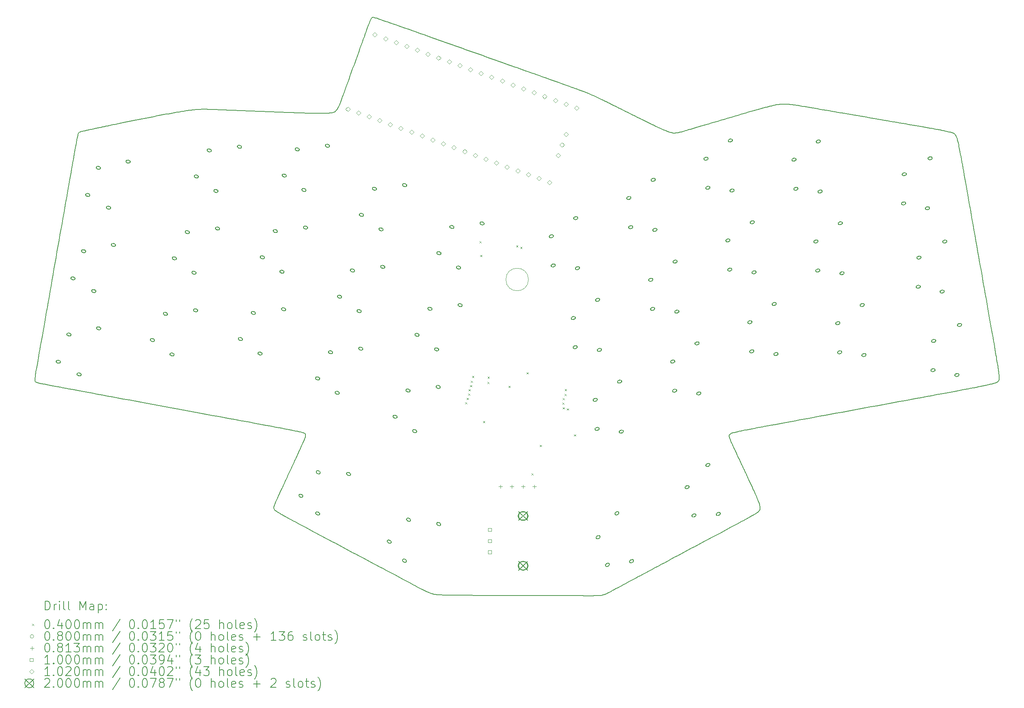
<source format=gbr>
%FSLAX45Y45*%
G04 Gerber Fmt 4.5, Leading zero omitted, Abs format (unit mm)*
G04 Created by KiCad (PCBNEW (6.0.4)) date 2022-12-01 16:18:11*
%MOMM*%
%LPD*%
G01*
G04 APERTURE LIST*
%ADD10C,0.200000*%
%TA.AperFunction,Profile*%
%ADD11C,0.200000*%
%TD*%
%TA.AperFunction,Profile*%
%ADD12C,0.100000*%
%TD*%
%ADD13C,0.040000*%
%ADD14C,0.080000*%
%ADD15C,0.081280*%
%ADD16C,0.100000*%
%ADD17C,0.102000*%
G04 APERTURE END LIST*
D10*
X5193632Y-11032620D02*
X5289821Y-11050469D01*
X5391143Y-11069263D01*
X5497256Y-11088939D01*
X5607816Y-11109433D01*
X5722482Y-11130683D01*
X5840909Y-11152624D01*
X5962755Y-11175194D01*
X6087678Y-11198329D01*
X6215334Y-11221966D01*
X6345380Y-11246042D01*
X6477474Y-11270493D01*
X6611272Y-11295257D01*
X6746433Y-11320269D01*
X6882612Y-11345468D01*
X7019467Y-11370789D01*
X7156656Y-11396169D01*
X7293835Y-11421546D01*
X7430662Y-11446855D01*
X7566793Y-11472033D01*
X7701886Y-11497018D01*
X7835598Y-11521746D01*
X7967585Y-11546153D01*
X8097506Y-11570177D01*
X8225018Y-11593754D01*
X8349776Y-11616821D01*
X8471440Y-11639315D01*
X8589664Y-11661172D01*
X8704108Y-11682330D01*
X8814428Y-11702724D01*
X8920280Y-11722292D01*
X9021323Y-11740971D01*
X9117213Y-11758696D01*
X5285514Y-5146744D02*
X5263907Y-5151462D01*
X5236446Y-5157459D01*
X5214315Y-5162294D01*
X5191913Y-5167193D01*
X5170239Y-5171954D01*
X5149730Y-5176577D01*
X5146904Y-5177234D01*
X24985711Y-6153445D02*
X24971650Y-6074154D01*
X24958405Y-5999601D01*
X24945933Y-5929633D01*
X24934187Y-5864096D01*
X24923123Y-5802839D01*
X24912695Y-5745707D01*
X24902860Y-5692550D01*
X24893570Y-5643212D01*
X24884782Y-5597543D01*
X24876450Y-5555388D01*
X24868530Y-5516595D01*
X24860975Y-5481012D01*
X24853742Y-5448485D01*
X24846785Y-5418862D01*
X24840059Y-5391989D01*
X24833518Y-5367714D01*
X24827119Y-5345885D01*
X24820815Y-5326348D01*
X24808314Y-5293539D01*
X24795655Y-5268065D01*
X24782478Y-5248704D01*
X24768422Y-5234233D01*
X24744900Y-5219021D01*
X24717372Y-5207935D01*
X16317318Y-15625389D02*
X16360203Y-15625523D01*
X16400621Y-15625644D01*
X16438656Y-15625749D01*
X16474391Y-15625834D01*
X16507912Y-15625896D01*
X16539302Y-15625929D01*
X16568645Y-15625931D01*
X16596024Y-15625898D01*
X16621525Y-15625826D01*
X16645232Y-15625712D01*
X16667227Y-15625550D01*
X16687596Y-15625339D01*
X16723791Y-15624749D01*
X16754487Y-15623912D01*
X16780359Y-15622798D01*
X16802077Y-15621376D01*
X16828338Y-15618601D01*
X16849038Y-15614962D01*
X16871909Y-15608592D01*
X16882831Y-15604688D01*
X20398687Y-13645698D02*
X20395087Y-13619935D01*
X20388439Y-13590667D01*
X20382310Y-13569057D01*
X20374820Y-13545662D01*
X20365969Y-13520391D01*
X20355753Y-13493154D01*
X20344170Y-13463858D01*
X20331218Y-13432414D01*
X20316895Y-13398730D01*
X20301200Y-13362716D01*
X20292836Y-13343806D01*
X20284128Y-13324280D01*
X20275076Y-13304126D01*
X20265680Y-13283332D01*
X20255938Y-13261887D01*
X20245852Y-13239780D01*
X20235419Y-13216999D01*
X20224642Y-13193534D01*
X20213518Y-13169372D01*
X20202048Y-13144502D01*
X9477789Y-13688576D02*
X9493606Y-13705375D01*
X9511861Y-13720091D01*
X9528307Y-13731630D01*
X9548940Y-13744997D01*
X9574419Y-13760577D01*
X9605400Y-13778752D01*
X9623160Y-13788933D01*
X9642541Y-13799906D01*
X9663627Y-13811720D01*
X9686500Y-13824423D01*
X9711241Y-13838062D01*
X9737932Y-13852685D01*
X9766657Y-13868341D01*
X9797497Y-13885077D01*
X9830535Y-13902941D01*
X9865851Y-13921981D01*
X9903530Y-13942245D01*
X9943652Y-13963780D01*
X9986301Y-13986636D01*
X10031557Y-14010859D01*
X10079504Y-14036498D01*
X10130223Y-14063601D01*
X10183797Y-14092215D01*
X8296483Y-4690445D02*
X8259031Y-4688814D01*
X8223259Y-4687253D01*
X8189067Y-4685772D01*
X8156353Y-4684380D01*
X8125019Y-4683088D01*
X8094964Y-4681904D01*
X8066087Y-4680838D01*
X8038289Y-4679901D01*
X8011468Y-4679100D01*
X7985525Y-4678447D01*
X7960359Y-4677951D01*
X7935870Y-4677621D01*
X7911957Y-4677467D01*
X7888521Y-4677499D01*
X7865461Y-4677725D01*
X7842676Y-4678157D01*
X7820067Y-4678803D01*
X7797533Y-4679673D01*
X7774974Y-4680776D01*
X7752289Y-4682123D01*
X7729379Y-4683722D01*
X7706142Y-4685585D01*
X7682479Y-4687719D01*
X7658290Y-4690134D01*
X7633473Y-4692842D01*
X7607929Y-4695850D01*
X7581557Y-4699168D01*
X7554257Y-4702807D01*
X7525929Y-4706775D01*
X7496472Y-4711083D01*
X7465787Y-4715740D01*
X7433772Y-4720755D01*
X5146904Y-5177236D02*
X5126041Y-5182663D01*
X5105431Y-5190347D01*
X5087744Y-5200509D01*
X5080000Y-5207000D01*
X4891260Y-6180435D02*
X4875545Y-6269703D01*
X4858972Y-6363886D01*
X4841598Y-6462656D01*
X4823481Y-6565685D01*
X4804677Y-6672645D01*
X4785244Y-6783207D01*
X4765239Y-6897043D01*
X4744719Y-7013826D01*
X4723742Y-7133227D01*
X4702365Y-7254918D01*
X4680645Y-7378572D01*
X4658638Y-7503859D01*
X4636403Y-7630453D01*
X4613997Y-7758024D01*
X4591476Y-7886245D01*
X4568898Y-8014788D01*
X4546321Y-8143325D01*
X4523801Y-8271527D01*
X4501395Y-8399066D01*
X4479161Y-8525615D01*
X4457157Y-8650845D01*
X4435438Y-8774428D01*
X4414063Y-8896036D01*
X4393088Y-9015341D01*
X4372572Y-9132015D01*
X4352570Y-9245730D01*
X4333141Y-9356158D01*
X4314341Y-9462970D01*
X4296228Y-9565839D01*
X4278858Y-9664436D01*
X4262290Y-9758434D01*
X4246580Y-9847504D01*
X14322097Y-15618739D02*
X14380859Y-15618949D01*
X14441178Y-15619164D01*
X14502920Y-15619381D01*
X14565955Y-15619602D01*
X14630148Y-15619825D01*
X14695368Y-15620051D01*
X14761482Y-15620278D01*
X14828357Y-15620507D01*
X14895862Y-15620737D01*
X14963863Y-15620968D01*
X15032228Y-15621198D01*
X15100825Y-15621429D01*
X15169521Y-15621659D01*
X15238183Y-15621888D01*
X15306680Y-15622116D01*
X15374877Y-15622342D01*
X15442644Y-15622566D01*
X15509848Y-15622787D01*
X15576355Y-15623006D01*
X15642033Y-15623221D01*
X15706751Y-15623432D01*
X15770375Y-15623639D01*
X15832773Y-15623841D01*
X15893813Y-15624038D01*
X15953361Y-15624230D01*
X16011286Y-15624417D01*
X16067454Y-15624596D01*
X16121734Y-15624770D01*
X16173993Y-15624936D01*
X16224099Y-15625095D01*
X16271918Y-15625246D01*
X16317318Y-15625389D01*
X10176375Y-11999392D02*
X10176917Y-12024444D01*
X10171782Y-12050591D01*
X10164393Y-12074905D01*
X10157678Y-12093763D01*
X10149469Y-12114994D01*
X10139708Y-12138815D01*
X10128342Y-12165444D01*
X10115315Y-12195098D01*
X10100572Y-12227996D01*
X10084057Y-12264355D01*
X10075118Y-12283900D01*
X10065715Y-12304392D01*
X10055842Y-12325858D01*
X10045491Y-12348326D01*
X10034656Y-12371822D01*
X10023330Y-12396373D01*
X11689616Y-2609477D02*
X11669411Y-2614849D01*
X11654957Y-2632582D01*
X11644668Y-2652143D01*
X11632281Y-2680245D01*
X11622501Y-2704470D01*
X11611253Y-2733612D01*
X11598322Y-2768119D01*
X11591158Y-2787525D01*
X11583493Y-2808439D01*
X11575301Y-2830919D01*
X11566553Y-2855020D01*
X11557225Y-2880799D01*
X11547288Y-2908311D01*
X11536715Y-2937612D01*
X11525481Y-2968760D01*
X7433772Y-4720755D02*
X7400358Y-4726134D01*
X7365591Y-4731863D01*
X7329547Y-4737926D01*
X7292304Y-4744305D01*
X7253937Y-4750982D01*
X7214523Y-4757940D01*
X7174139Y-4765162D01*
X7132861Y-4772630D01*
X7090765Y-4780327D01*
X7047929Y-4788235D01*
X7004427Y-4796337D01*
X6960338Y-4804616D01*
X6915737Y-4813054D01*
X6870701Y-4821633D01*
X6825306Y-4830336D01*
X6779629Y-4839147D01*
X6733746Y-4848046D01*
X6687734Y-4857018D01*
X6641669Y-4866044D01*
X6595628Y-4875107D01*
X6549687Y-4884190D01*
X6503923Y-4893275D01*
X6458412Y-4902344D01*
X6413230Y-4911381D01*
X6368455Y-4920368D01*
X6324162Y-4929288D01*
X6280428Y-4938122D01*
X6237330Y-4946855D01*
X6194943Y-4955467D01*
X6153345Y-4963942D01*
X6112612Y-4972263D01*
X6072820Y-4980412D01*
X9117213Y-11758696D02*
X9207692Y-11775423D01*
X9292838Y-11791172D01*
X9372815Y-11805981D01*
X9447785Y-11819890D01*
X9517911Y-11832936D01*
X9583357Y-11845158D01*
X9644286Y-11856594D01*
X9700860Y-11867283D01*
X9753244Y-11877262D01*
X9801599Y-11886571D01*
X9846089Y-11895248D01*
X9886877Y-11903331D01*
X9924127Y-11910858D01*
X9958001Y-11917868D01*
X9988662Y-11924400D01*
X10016273Y-11930491D01*
X10040998Y-11936181D01*
X10062999Y-11941506D01*
X10082440Y-11946507D01*
X10114293Y-11955686D01*
X10137861Y-11964026D01*
X10160534Y-11975631D01*
X10173944Y-11991032D01*
X10176375Y-11999392D01*
X24751383Y-11029485D02*
X24837108Y-11013528D01*
X24917799Y-10998478D01*
X24993611Y-10984297D01*
X25064700Y-10970943D01*
X25131219Y-10958377D01*
X25193325Y-10946557D01*
X25251173Y-10935444D01*
X25304917Y-10924997D01*
X25354713Y-10915177D01*
X25400716Y-10905941D01*
X25443081Y-10897251D01*
X25481963Y-10889066D01*
X25517518Y-10881346D01*
X25549900Y-10874050D01*
X25579264Y-10867137D01*
X25605766Y-10860569D01*
X25629561Y-10854303D01*
X25650803Y-10848301D01*
X25686253Y-10836923D01*
X25713355Y-10826113D01*
X25733352Y-10815548D01*
X25752738Y-10799454D01*
X25763116Y-10782097D01*
X25767099Y-10769285D01*
D11*
X5146904Y-5177234D02*
X5146904Y-5177234D01*
D10*
X13193263Y-15606179D02*
X13228998Y-15607756D01*
X13268419Y-15609171D01*
X13289577Y-15609823D01*
X13311733Y-15610438D01*
X13334913Y-15611019D01*
X13359143Y-15611567D01*
X13384448Y-15612084D01*
X13410854Y-15612571D01*
X13438387Y-15613030D01*
X13467071Y-15613462D01*
X13496933Y-15613868D01*
X13527999Y-15614251D01*
X13560293Y-15614611D01*
X13593842Y-15614950D01*
X13628670Y-15615270D01*
X13664804Y-15615571D01*
X13702270Y-15615856D01*
X13741092Y-15616127D01*
X13781296Y-15616383D01*
X13822908Y-15616628D01*
X13865954Y-15616862D01*
X13910459Y-15617087D01*
X13956449Y-15617305D01*
X14003949Y-15617516D01*
X14052985Y-15617723D01*
X14103582Y-15617926D01*
X14155766Y-15618128D01*
X14209563Y-15618330D01*
X14264998Y-15618533D01*
X14322097Y-15618739D01*
X12419272Y-15283134D02*
X12470279Y-15310247D01*
X12518317Y-15335760D01*
X12563510Y-15359723D01*
X12605982Y-15382186D01*
X12645857Y-15403200D01*
X12683258Y-15422814D01*
X12718310Y-15441080D01*
X12751136Y-15458047D01*
X12781860Y-15473765D01*
X12810606Y-15488285D01*
X12837498Y-15501657D01*
X12862660Y-15513931D01*
X12886215Y-15525157D01*
X12908287Y-15535385D01*
X12929001Y-15544667D01*
X12948480Y-15553051D01*
X12984229Y-15567329D01*
X13016524Y-15578622D01*
X13046357Y-15587331D01*
X13074718Y-15593858D01*
X13102598Y-15598604D01*
X13130989Y-15601972D01*
X13160880Y-15604363D01*
X13193263Y-15606179D01*
X20202048Y-13144502D02*
X20190235Y-13118925D01*
X20178102Y-13092683D01*
X20165675Y-13065832D01*
X20152978Y-13038425D01*
X20140038Y-13010519D01*
X20126881Y-12982166D01*
X20113533Y-12953423D01*
X20100019Y-12924344D01*
X20086366Y-12894984D01*
X20072598Y-12865396D01*
X20058743Y-12835636D01*
X20044826Y-12805759D01*
X20030872Y-12775819D01*
X20016908Y-12745871D01*
X20002959Y-12715970D01*
X19989052Y-12686170D01*
X19975211Y-12656526D01*
X19961464Y-12627092D01*
X19947836Y-12597924D01*
X19934352Y-12569076D01*
X19921039Y-12540602D01*
X19907922Y-12512558D01*
X19895028Y-12484998D01*
X19882382Y-12457976D01*
X19870009Y-12431548D01*
X19857937Y-12405768D01*
X19846190Y-12380691D01*
X19834794Y-12356371D01*
X19823776Y-12332864D01*
X19813161Y-12310223D01*
X19802976Y-12288504D01*
X19793245Y-12267760D01*
X19745193Y-4858248D02*
X19709823Y-4868714D01*
X19674424Y-4879175D01*
X19639030Y-4889624D01*
X19603672Y-4900050D01*
X19568384Y-4910445D01*
X19533198Y-4920800D01*
X19498147Y-4931107D01*
X19463262Y-4941357D01*
X19428576Y-4951541D01*
X19394122Y-4961650D01*
X19359932Y-4971675D01*
X19326039Y-4981607D01*
X19292476Y-4991439D01*
X19259274Y-5001160D01*
X19226466Y-5010762D01*
X19194085Y-5020237D01*
X19162163Y-5029575D01*
X19130732Y-5038768D01*
X19099826Y-5047807D01*
X19069476Y-5056683D01*
X19039716Y-5065388D01*
X19010577Y-5073912D01*
X18982092Y-5082246D01*
X18954293Y-5090383D01*
X18927214Y-5098313D01*
X18900886Y-5106027D01*
X18875342Y-5113517D01*
X18850615Y-5120774D01*
X18826736Y-5127788D01*
X18803739Y-5134552D01*
X18781656Y-5141056D01*
X18760519Y-5147292D01*
X9896948Y-4754021D02*
X9851370Y-4752328D01*
X9804522Y-4750578D01*
X9756502Y-4748776D01*
X9707408Y-4746923D01*
X9657340Y-4745026D01*
X9606395Y-4743086D01*
X9554672Y-4741109D01*
X9502269Y-4739098D01*
X9449284Y-4737056D01*
X9395817Y-4734988D01*
X9341964Y-4732897D01*
X9287826Y-4730787D01*
X9233500Y-4728662D01*
X9179084Y-4726525D01*
X9124677Y-4724381D01*
X9070378Y-4722233D01*
X9016284Y-4720085D01*
X8962495Y-4717941D01*
X8909108Y-4715805D01*
X8856222Y-4713680D01*
X8803935Y-4711570D01*
X8752347Y-4709479D01*
X8701554Y-4707411D01*
X8651656Y-4705369D01*
X8602751Y-4703357D01*
X8554937Y-4701380D01*
X8508313Y-4699441D01*
X8462977Y-4697543D01*
X8419028Y-4695691D01*
X8376563Y-4693888D01*
X8335682Y-4692138D01*
X8296483Y-4690445D01*
X25767099Y-10769285D02*
X25770990Y-10746980D01*
X25772349Y-10717988D01*
X25771601Y-10693163D01*
X25769353Y-10662694D01*
X25765458Y-10625512D01*
X25762845Y-10604069D01*
X25759765Y-10580548D01*
X25756198Y-10554813D01*
X25752125Y-10526733D01*
X25747528Y-10496172D01*
X25742388Y-10462998D01*
X25736687Y-10427077D01*
X25730406Y-10388275D01*
X25723526Y-10346459D01*
X25716028Y-10301495D01*
X25707894Y-10253250D01*
X25699105Y-10201589D01*
X25689643Y-10146380D01*
X25679488Y-10087488D01*
X25668623Y-10024780D01*
X25657027Y-9958123D01*
X25644684Y-9887383D01*
X25631573Y-9812426D01*
X25617677Y-9733119D01*
X25602976Y-9649328D01*
X14449974Y-3571971D02*
X14376759Y-3545986D01*
X14302862Y-3519756D01*
X14228386Y-3493317D01*
X14153432Y-3466707D01*
X14078103Y-3439963D01*
X14002499Y-3413120D01*
X13926725Y-3386216D01*
X13850880Y-3359287D01*
X13775069Y-3332370D01*
X13699392Y-3305501D01*
X13623952Y-3278718D01*
X13548850Y-3252057D01*
X13474189Y-3225555D01*
X13400071Y-3199248D01*
X13326598Y-3173173D01*
X13253872Y-3147367D01*
X13181995Y-3121866D01*
X13111069Y-3096707D01*
X13041196Y-3071927D01*
X12972479Y-3047562D01*
X12905018Y-3023649D01*
X12838917Y-3000225D01*
X12774277Y-2977327D01*
X12711201Y-2954991D01*
X12649789Y-2933253D01*
X12590146Y-2912151D01*
X12532372Y-2891722D01*
X12476569Y-2872001D01*
X12422840Y-2853025D01*
X12371287Y-2834832D01*
X12322012Y-2817458D01*
X12275116Y-2800939D01*
X16884322Y-4482732D02*
X16863024Y-4472224D01*
X16842595Y-4462165D01*
X16822956Y-4452520D01*
X16804022Y-4443258D01*
X16785712Y-4434345D01*
X16750634Y-4417435D01*
X16717063Y-4401527D01*
X16684342Y-4386358D01*
X16651810Y-4371665D01*
X16618811Y-4357185D01*
X16584686Y-4342655D01*
X16548776Y-4327811D01*
X16529946Y-4320189D01*
X16510423Y-4312390D01*
X16490125Y-4304381D01*
X16468969Y-4296129D01*
X16446873Y-4287602D01*
X16423754Y-4278766D01*
X16399531Y-4269588D01*
X16374121Y-4260036D01*
X16347442Y-4250077D01*
X16319412Y-4239677D01*
X16289948Y-4228805D01*
X16258967Y-4217426D01*
X16226389Y-4205508D01*
X16226389Y-4205508D02*
X16192148Y-4193026D01*
X16156254Y-4179981D01*
X16118736Y-4166383D01*
X16079622Y-4152240D01*
X16038939Y-4137561D01*
X15996715Y-4122356D01*
X15952980Y-4106634D01*
X15907759Y-4090404D01*
X15861083Y-4073674D01*
X15812978Y-4056454D01*
X15763472Y-4038754D01*
X15712594Y-4020581D01*
X15660372Y-4001945D01*
X15606833Y-3982856D01*
X15552006Y-3963321D01*
X15495919Y-3943351D01*
X15438599Y-3922955D01*
X15380075Y-3902141D01*
X15320375Y-3880918D01*
X15259526Y-3859296D01*
X15197558Y-3837283D01*
X15134497Y-3814889D01*
X15070371Y-3792123D01*
X15005210Y-3768993D01*
X14939040Y-3745510D01*
X14871890Y-3721681D01*
X14803787Y-3697517D01*
X14734761Y-3673025D01*
X14664838Y-3648216D01*
X14594048Y-3623098D01*
X14522417Y-3597680D01*
X14449974Y-3571971D01*
X4246580Y-9847504D02*
X4231773Y-9931400D01*
X4217859Y-10010203D01*
X4204816Y-10084077D01*
X4192621Y-10153184D01*
X4181253Y-10217687D01*
X4170690Y-10277750D01*
X4160908Y-10333535D01*
X4151886Y-10385206D01*
X4143602Y-10432926D01*
X4136032Y-10476858D01*
X4129156Y-10517165D01*
X4122950Y-10554010D01*
X4117392Y-10587556D01*
X4112461Y-10617966D01*
X4108133Y-10645404D01*
X4104387Y-10670033D01*
X4101200Y-10692015D01*
X4096415Y-10728692D01*
X4093600Y-10756741D01*
X4092577Y-10777466D01*
X4094013Y-10797677D01*
X4105372Y-10815086D01*
X12275116Y-2800939D02*
X12230674Y-2785302D01*
X12188641Y-2770533D01*
X12148945Y-2756608D01*
X12111515Y-2743501D01*
X12076277Y-2731188D01*
X12043160Y-2719645D01*
X12012091Y-2708848D01*
X11982998Y-2698771D01*
X11955809Y-2689391D01*
X11930451Y-2680682D01*
X11906852Y-2672621D01*
X11884940Y-2665183D01*
X11864643Y-2658343D01*
X11828603Y-2646360D01*
X11798153Y-2636476D01*
X11772716Y-2628495D01*
X11751714Y-2622222D01*
X11727258Y-2615584D01*
X11704773Y-2610880D01*
X11689616Y-2609477D01*
X21584458Y-4649790D02*
X21533565Y-4641085D01*
X21485324Y-4632850D01*
X21439622Y-4625079D01*
X21396347Y-4617772D01*
X21355388Y-4610923D01*
X21316632Y-4604530D01*
X21279967Y-4598590D01*
X21245280Y-4593099D01*
X21212461Y-4588055D01*
X21181397Y-4583453D01*
X21151975Y-4579291D01*
X21124084Y-4575565D01*
X21097611Y-4572273D01*
X21072445Y-4569410D01*
X21048473Y-4566974D01*
X21025584Y-4564962D01*
X21003665Y-4563369D01*
X20982604Y-4562194D01*
X20962289Y-4561432D01*
X20923449Y-4561136D01*
X20886249Y-4562455D01*
X20849791Y-4565364D01*
X20813179Y-4569837D01*
X20775517Y-4575848D01*
X20735907Y-4583370D01*
X20715092Y-4587690D01*
X9577568Y-13361825D02*
X9567171Y-13384234D01*
X9557320Y-13405469D01*
X9548009Y-13425568D01*
X9539229Y-13444571D01*
X9523232Y-13479442D01*
X9509268Y-13510390D01*
X9497275Y-13537726D01*
X9487191Y-13561759D01*
X9478954Y-13582800D01*
X9469929Y-13609425D01*
X9464714Y-13631059D01*
X9463327Y-13653944D01*
X9469846Y-13676458D01*
X9477789Y-13688576D01*
X11031667Y-4334881D02*
X11019859Y-4367456D01*
X11008663Y-4398268D01*
X10998039Y-4427369D01*
X10987946Y-4454810D01*
X10978341Y-4480642D01*
X10969184Y-4504919D01*
X10960433Y-4527690D01*
X10952047Y-4549009D01*
X10943985Y-4568926D01*
X10936206Y-4587494D01*
X10921330Y-4620788D01*
X10907088Y-4649304D01*
X10893151Y-4673456D01*
X10879188Y-4693657D01*
X10864869Y-4710321D01*
X10849864Y-4723863D01*
X10825347Y-4739224D01*
X10797427Y-4749885D01*
X10776374Y-4755070D01*
X10752983Y-4759201D01*
X10023330Y-12396373D02*
X10011513Y-12421991D01*
X9999230Y-12448620D01*
X9986515Y-12476189D01*
X9973400Y-12504625D01*
X9959919Y-12533857D01*
X9946104Y-12563813D01*
X9931989Y-12594421D01*
X9917606Y-12625610D01*
X9902988Y-12657308D01*
X9888167Y-12689443D01*
X9873178Y-12721944D01*
X9858052Y-12754738D01*
X9842823Y-12787754D01*
X9827523Y-12820921D01*
X9812186Y-12854166D01*
X9796844Y-12887417D01*
X9781530Y-12920604D01*
X9766277Y-12953654D01*
X9751118Y-12986495D01*
X9736086Y-13019057D01*
X9721214Y-13051266D01*
X9706534Y-13083052D01*
X9692080Y-13114342D01*
X9677885Y-13145065D01*
X9663980Y-13175149D01*
X9650400Y-13204523D01*
X9637177Y-13233114D01*
X9624343Y-13260852D01*
X9611933Y-13287663D01*
X9599978Y-13313477D01*
X9588512Y-13338221D01*
X9577568Y-13361825D01*
X6072820Y-4980412D02*
X6034031Y-4988374D01*
X5996252Y-4996147D01*
X5959471Y-5003734D01*
X5923680Y-5011133D01*
X5888870Y-5018347D01*
X5855032Y-5025377D01*
X5822155Y-5032224D01*
X5790230Y-5038888D01*
X5759249Y-5045370D01*
X5729202Y-5051672D01*
X5700079Y-5057795D01*
X5671871Y-5063740D01*
X5644569Y-5069507D01*
X5618164Y-5075098D01*
X5592646Y-5080513D01*
X5568005Y-5085755D01*
X5544234Y-5090823D01*
X5521321Y-5095719D01*
X5499258Y-5100443D01*
X5478035Y-5104997D01*
X5457643Y-5109383D01*
X5438073Y-5113600D01*
X5401361Y-5121533D01*
X5367824Y-5128806D01*
X5337387Y-5135427D01*
X5309975Y-5141403D01*
X5285514Y-5146744D01*
X19797677Y-14054483D02*
X19848528Y-14027342D01*
X19896485Y-14001739D01*
X19941632Y-13977612D01*
X19984050Y-13954900D01*
X20023822Y-13933542D01*
X20061030Y-13913477D01*
X20095758Y-13894645D01*
X20128086Y-13876983D01*
X20158098Y-13860431D01*
X20185877Y-13844929D01*
X20211504Y-13830414D01*
X20235062Y-13816826D01*
X20256633Y-13804104D01*
X20276301Y-13792187D01*
X20294147Y-13781013D01*
X20324703Y-13760653D01*
X20348961Y-13742535D01*
X20367582Y-13726171D01*
X20381224Y-13711073D01*
X20393795Y-13689730D01*
X20398874Y-13668488D01*
X20398687Y-13645698D01*
X24717372Y-5207935D02*
X24696178Y-5200985D01*
X24672203Y-5193934D01*
X24644991Y-5186680D01*
X24614082Y-5179120D01*
X24579019Y-5171153D01*
X24539343Y-5162678D01*
X24517633Y-5158218D01*
X24494598Y-5153592D01*
X24470181Y-5148788D01*
X24444324Y-5143794D01*
X24416971Y-5138596D01*
X24388064Y-5133181D01*
X24357545Y-5127538D01*
X24325359Y-5121653D01*
X24291446Y-5115513D01*
X24255751Y-5109107D01*
X24218216Y-5102420D01*
X24178783Y-5095441D01*
X24137396Y-5088156D01*
X24093997Y-5080553D01*
X24048528Y-5072620D01*
X24000933Y-5064342D01*
X23951155Y-5055709D01*
X23899135Y-5046707D01*
X23844817Y-5037322D01*
X23788144Y-5027544D01*
X16882831Y-15604688D02*
X16907030Y-15594860D01*
X16929933Y-15584426D01*
X16948751Y-15575349D01*
X16971208Y-15564164D01*
X16997990Y-15550517D01*
X17029782Y-15534057D01*
X17047771Y-15524661D01*
X17067270Y-15514428D01*
X17088364Y-15503316D01*
X17111138Y-15491280D01*
X17135680Y-15478275D01*
X17162074Y-15464257D01*
X17190406Y-15449183D01*
X17220761Y-15433009D01*
X17253226Y-15415689D01*
X17287886Y-15397180D01*
X17324827Y-15377438D01*
X17364134Y-15356419D01*
X17405893Y-15334079D01*
X17450190Y-15310373D01*
X17497110Y-15285257D01*
X17546740Y-15258687D01*
X17599165Y-15230620D01*
X18372420Y-5196093D02*
X18350206Y-5189112D01*
X18326483Y-5180912D01*
X18301182Y-5171488D01*
X18274231Y-5160835D01*
X18245560Y-5148947D01*
X18215100Y-5135819D01*
X18182778Y-5121445D01*
X18148526Y-5105821D01*
X18112273Y-5088941D01*
X18093374Y-5080028D01*
X18073948Y-5070799D01*
X18053987Y-5061253D01*
X18033481Y-5051389D01*
X18012422Y-5041208D01*
X17990801Y-5030708D01*
X17968610Y-5019888D01*
X17945839Y-5008748D01*
X17922480Y-4997288D01*
X17898523Y-4985506D01*
X17873961Y-4973401D01*
X17848784Y-4960974D01*
X17822984Y-4948224D01*
X17796551Y-4935149D01*
X18760519Y-5147292D02*
X18740348Y-5153252D01*
X18721115Y-5158934D01*
X18685293Y-5169461D01*
X18652717Y-5178866D01*
X18623053Y-5187143D01*
X18595966Y-5194285D01*
X18571122Y-5200285D01*
X18548186Y-5205138D01*
X18526824Y-5208836D01*
X18506701Y-5211374D01*
X18478107Y-5212990D01*
X18450418Y-5211958D01*
X18422505Y-5208256D01*
X18393239Y-5201862D01*
X18372420Y-5196093D01*
X19793245Y-12267760D02*
X19783991Y-12248034D01*
X19775220Y-12229307D01*
X19759135Y-12194725D01*
X19745005Y-12163765D01*
X19732847Y-12136174D01*
X19722678Y-12111702D01*
X19714512Y-12090098D01*
X19706058Y-12062517D01*
X19702206Y-12039975D01*
X19704321Y-12016290D01*
X19714845Y-11998045D01*
X19733906Y-11983229D01*
X19746679Y-11976478D01*
X20984937Y-11725854D02*
X21080809Y-11708158D01*
X21181232Y-11689623D01*
X21285891Y-11670307D01*
X21394471Y-11650268D01*
X21506658Y-11629562D01*
X21622139Y-11608249D01*
X21740598Y-11586384D01*
X21861723Y-11564027D01*
X21985198Y-11541234D01*
X22110710Y-11518064D01*
X22237945Y-11494574D01*
X22366587Y-11470821D01*
X22496324Y-11446864D01*
X22626841Y-11422760D01*
X22757823Y-11398567D01*
X22888958Y-11374341D01*
X23019929Y-11350142D01*
X23150424Y-11326027D01*
X23280129Y-11302053D01*
X23408728Y-11278278D01*
X23535908Y-11254759D01*
X23661356Y-11231555D01*
X23784755Y-11208723D01*
X23905793Y-11186320D01*
X24024156Y-11164405D01*
X24139528Y-11143034D01*
X24251597Y-11122267D01*
X24360047Y-11102159D01*
X24464565Y-11082770D01*
X24564836Y-11064156D01*
X24660547Y-11046375D01*
X24751383Y-11029485D01*
X4105372Y-10815086D02*
X4124519Y-10824371D01*
X4147011Y-10831199D01*
X4169338Y-10836819D01*
X4199068Y-10843598D01*
X4237520Y-10851798D01*
X4260429Y-10856512D01*
X4286013Y-10861679D01*
X4314436Y-10867332D01*
X4345864Y-10873504D01*
X4380462Y-10880226D01*
X4418394Y-10887532D01*
X4459824Y-10895455D01*
X4504919Y-10904026D01*
X4553842Y-10913280D01*
X4606758Y-10923247D01*
X4663833Y-10933961D01*
X4725231Y-10945455D01*
X4791117Y-10957762D01*
X4861655Y-10970913D01*
X4937011Y-10984941D01*
X5017349Y-10999880D01*
X5102835Y-11015762D01*
X5193632Y-11032620D01*
X19746679Y-11976478D02*
X19770534Y-11966481D01*
X19790966Y-11959562D01*
X19816279Y-11952171D01*
X19847555Y-11944077D01*
X19885872Y-11935049D01*
X19908009Y-11930113D01*
X19932310Y-11924857D01*
X19958912Y-11919252D01*
X19987950Y-11913270D01*
X20019557Y-11906881D01*
X20053869Y-11900057D01*
X20091022Y-11892768D01*
X20131149Y-11884987D01*
X20174386Y-11876684D01*
X20220869Y-11867831D01*
X20270731Y-11858398D01*
X20324108Y-11848356D01*
X20381135Y-11837678D01*
X20441946Y-11826333D01*
X20506677Y-11814294D01*
X20575463Y-11801531D01*
X20648439Y-11788016D01*
X20725739Y-11773720D01*
X20807499Y-11758613D01*
X20893853Y-11742667D01*
X20984937Y-11725854D01*
X10752983Y-4759201D02*
X10726950Y-4762626D01*
X10698073Y-4765435D01*
X10666177Y-4767652D01*
X10631086Y-4769304D01*
X10592624Y-4770414D01*
X10572075Y-4770774D01*
X10550618Y-4771008D01*
X10528230Y-4771119D01*
X10504890Y-4771110D01*
X10480576Y-4770985D01*
X10455266Y-4770746D01*
X10428937Y-4770397D01*
X10401569Y-4769940D01*
X10373140Y-4769379D01*
X10343626Y-4768717D01*
X10313007Y-4767957D01*
X10281260Y-4767102D01*
X10248363Y-4766156D01*
X10214295Y-4765120D01*
X10179034Y-4764000D01*
X10142557Y-4762797D01*
X10104843Y-4761514D01*
X10065870Y-4760155D01*
X10025616Y-4758724D01*
X9984059Y-4757222D01*
X9941177Y-4755654D01*
X9896948Y-4754021D01*
X5080000Y-5207000D02*
X5069396Y-5224519D01*
X5063002Y-5245091D01*
X5057770Y-5266146D01*
X5051472Y-5294584D01*
X5043862Y-5331700D01*
X5039487Y-5353916D01*
X5034692Y-5378787D01*
X5029446Y-5406474D01*
X5023716Y-5437140D01*
X5017473Y-5470945D01*
X5010686Y-5508053D01*
X5003324Y-5548624D01*
X4995355Y-5592821D01*
X4986749Y-5640805D01*
X4977476Y-5692738D01*
X4967503Y-5748782D01*
X4956801Y-5809099D01*
X4945338Y-5873850D01*
X4933083Y-5943197D01*
X4920006Y-6017303D01*
X4906075Y-6096328D01*
X4891260Y-6180435D01*
X25602976Y-9649328D02*
X25587465Y-9560991D01*
X25571184Y-9468334D01*
X25554184Y-9371655D01*
X25536520Y-9271249D01*
X25518244Y-9167415D01*
X25499408Y-9060450D01*
X25480064Y-8950649D01*
X25460267Y-8838312D01*
X25440067Y-8723734D01*
X25419519Y-8607212D01*
X25398674Y-8489045D01*
X25377586Y-8369529D01*
X25356306Y-8248960D01*
X25334888Y-8127637D01*
X25313384Y-8005857D01*
X25291847Y-7883915D01*
X25270330Y-7762111D01*
X25248884Y-7640739D01*
X25227564Y-7520099D01*
X25206420Y-7400486D01*
X25185507Y-7282198D01*
X25164877Y-7165532D01*
X25144582Y-7050785D01*
X25124676Y-6938255D01*
X25105210Y-6828237D01*
X25086237Y-6721030D01*
X25067810Y-6616931D01*
X25049982Y-6516236D01*
X25032806Y-6419243D01*
X25016333Y-6326249D01*
X25000617Y-6237550D01*
X24985711Y-6153445D01*
X20715092Y-4587690D02*
X20693476Y-4592376D01*
X20671062Y-4597419D01*
X20647872Y-4602808D01*
X20623930Y-4608531D01*
X20599261Y-4614577D01*
X20573889Y-4620934D01*
X20547836Y-4627591D01*
X20521127Y-4634537D01*
X20493786Y-4641759D01*
X20465836Y-4649248D01*
X20437302Y-4656991D01*
X20408206Y-4664978D01*
X20378574Y-4673196D01*
X20348428Y-4681634D01*
X20317793Y-4690282D01*
X20286692Y-4699127D01*
X20255150Y-4708158D01*
X20223189Y-4717364D01*
X20190835Y-4726734D01*
X20158110Y-4736256D01*
X20125038Y-4745919D01*
X20091644Y-4755711D01*
X20057951Y-4765621D01*
X20023983Y-4775638D01*
X19989763Y-4785750D01*
X19955316Y-4795946D01*
X19920666Y-4806214D01*
X19885836Y-4816544D01*
X19850849Y-4826924D01*
X19815731Y-4837342D01*
X19780504Y-4847787D01*
X19745193Y-4858248D01*
X11525481Y-2968760D02*
X11513570Y-3001779D01*
X11501012Y-3036585D01*
X11487849Y-3073059D01*
X11474123Y-3111086D01*
X11459877Y-3150551D01*
X11445151Y-3191336D01*
X11429989Y-3233325D01*
X11414432Y-3276403D01*
X11398521Y-3320454D01*
X11382300Y-3365361D01*
X11365810Y-3411008D01*
X11349092Y-3457278D01*
X11332190Y-3504057D01*
X11315144Y-3551227D01*
X11297997Y-3598673D01*
X11280791Y-3646278D01*
X11263567Y-3693927D01*
X11246368Y-3741503D01*
X11229236Y-3788890D01*
X11212212Y-3835971D01*
X11195338Y-3882632D01*
X11178658Y-3928755D01*
X11162211Y-3974224D01*
X11146041Y-4018924D01*
X11130190Y-4062738D01*
X11114698Y-4105551D01*
X11099609Y-4147245D01*
X11084965Y-4187705D01*
X11070806Y-4226815D01*
X11057176Y-4264458D01*
X11044115Y-4300519D01*
X11031667Y-4334881D01*
X10183797Y-14092215D02*
X10240263Y-14122363D01*
X10299477Y-14153970D01*
X10361250Y-14186936D01*
X10425395Y-14221161D01*
X10491723Y-14256543D01*
X10560046Y-14292984D01*
X10630174Y-14330381D01*
X10701921Y-14368636D01*
X10775096Y-14407648D01*
X10849513Y-14447316D01*
X10924981Y-14487541D01*
X11001314Y-14528222D01*
X11078323Y-14569258D01*
X11155819Y-14610550D01*
X11233613Y-14651996D01*
X11311518Y-14693498D01*
X11389345Y-14734954D01*
X11466906Y-14776264D01*
X11544012Y-14817328D01*
X11620475Y-14858046D01*
X11696106Y-14898317D01*
X11770716Y-14938042D01*
X11844119Y-14977118D01*
X11916124Y-15015448D01*
X11986545Y-15052929D01*
X12055191Y-15089462D01*
X12121876Y-15124947D01*
X12186409Y-15159283D01*
X12248604Y-15192370D01*
X12308272Y-15224108D01*
X12365224Y-15254396D01*
X12419272Y-15283134D01*
X17599165Y-15230620D02*
X17654425Y-15201034D01*
X17712382Y-15170005D01*
X17772854Y-15137630D01*
X17835657Y-15104007D01*
X17900609Y-15069235D01*
X17967525Y-15033412D01*
X18036224Y-14996635D01*
X18106522Y-14959004D01*
X18178237Y-14920615D01*
X18251185Y-14881568D01*
X18325183Y-14841960D01*
X18400048Y-14801890D01*
X18475598Y-14761456D01*
X18551649Y-14720755D01*
X18628019Y-14679886D01*
X18704524Y-14638947D01*
X18780981Y-14598036D01*
X18857207Y-14557252D01*
X18933020Y-14516692D01*
X19008236Y-14476454D01*
X19082672Y-14436637D01*
X19156146Y-14397339D01*
X19228474Y-14358658D01*
X19299473Y-14320692D01*
X19368961Y-14283540D01*
X19436754Y-14247298D01*
X19502670Y-14212066D01*
X19566524Y-14177942D01*
X19628135Y-14145023D01*
X19687320Y-14113408D01*
X19743895Y-14083195D01*
X19797677Y-14054483D01*
X17796551Y-4935149D02*
X17769487Y-4921753D01*
X17741832Y-4908058D01*
X17713635Y-4894088D01*
X17684947Y-4879869D01*
X17655817Y-4865426D01*
X17626295Y-4850784D01*
X17596431Y-4835968D01*
X17566275Y-4821004D01*
X17535876Y-4805916D01*
X17505285Y-4790730D01*
X17474550Y-4775471D01*
X17443722Y-4760164D01*
X17412851Y-4744834D01*
X17381987Y-4729507D01*
X17351179Y-4714207D01*
X17320477Y-4698960D01*
X17289931Y-4683791D01*
X17259591Y-4668725D01*
X17229506Y-4653788D01*
X17199726Y-4639004D01*
X17170302Y-4624398D01*
X17141283Y-4609997D01*
X17112718Y-4595824D01*
X17084659Y-4581906D01*
X17057153Y-4568267D01*
X17030252Y-4554933D01*
X17004005Y-4541928D01*
X16978461Y-4529278D01*
X16953672Y-4517009D01*
X16929685Y-4505144D01*
X16906552Y-4493710D01*
X16884322Y-4482732D01*
X23788144Y-5027544D02*
X23729094Y-5017365D01*
X23667794Y-5006806D01*
X23604405Y-4995895D01*
X23539088Y-4984660D01*
X23472006Y-4973127D01*
X23403320Y-4961324D01*
X23333193Y-4949279D01*
X23261785Y-4937020D01*
X23189258Y-4924573D01*
X23115775Y-4911966D01*
X23041497Y-4899227D01*
X22966585Y-4886383D01*
X22891202Y-4873461D01*
X22815510Y-4860490D01*
X22739669Y-4847496D01*
X22663842Y-4834507D01*
X22588190Y-4821551D01*
X22512876Y-4808655D01*
X22438060Y-4795846D01*
X22363906Y-4783152D01*
X22290573Y-4770600D01*
X22218225Y-4758219D01*
X22147023Y-4746034D01*
X22077128Y-4734075D01*
X22008703Y-4722368D01*
X21941909Y-4710940D01*
X21876908Y-4699820D01*
X21813862Y-4689035D01*
X21752932Y-4678611D01*
X21694280Y-4668578D01*
X21638068Y-4658962D01*
X21584458Y-4649790D01*
D12*
X15189200Y-8509000D02*
G75*
G03*
X15189200Y-8509000I-254000J0D01*
G01*
D10*
D13*
X13763579Y-11268906D02*
X13803579Y-11308906D01*
X13803579Y-11268906D02*
X13763579Y-11308906D01*
X13798329Y-11173433D02*
X13838329Y-11213433D01*
X13838329Y-11173433D02*
X13798329Y-11213433D01*
X13833078Y-11077961D02*
X13873078Y-11117961D01*
X13873078Y-11077961D02*
X13833078Y-11117961D01*
X13842324Y-10978131D02*
X13882324Y-11018131D01*
X13882324Y-10978131D02*
X13842324Y-11018131D01*
X13877631Y-10884625D02*
X13917631Y-10924625D01*
X13917631Y-10884625D02*
X13877631Y-10924625D01*
X13894485Y-10786106D02*
X13934485Y-10826106D01*
X13934485Y-10786106D02*
X13894485Y-10826106D01*
X13924338Y-10678695D02*
X13964338Y-10718695D01*
X13964338Y-10678695D02*
X13924338Y-10718695D01*
X14089167Y-7645126D02*
X14129167Y-7685126D01*
X14129167Y-7645126D02*
X14089167Y-7685126D01*
X14102400Y-7955600D02*
X14142400Y-7995600D01*
X14142400Y-7955600D02*
X14102400Y-7995600D01*
X14169110Y-11694138D02*
X14209110Y-11734138D01*
X14209110Y-11694138D02*
X14169110Y-11734138D01*
X14266727Y-10816295D02*
X14306727Y-10856295D01*
X14306727Y-10816295D02*
X14266727Y-10856295D01*
X14269374Y-10696157D02*
X14309374Y-10736157D01*
X14309374Y-10696157D02*
X14269374Y-10736157D01*
X14737400Y-10902000D02*
X14777400Y-10942000D01*
X14777400Y-10902000D02*
X14737400Y-10942000D01*
X14912843Y-7741265D02*
X14952843Y-7781265D01*
X14952843Y-7741265D02*
X14912843Y-7781265D01*
X15006958Y-7774916D02*
X15046958Y-7814916D01*
X15046958Y-7774916D02*
X15006958Y-7814916D01*
X15143800Y-10597200D02*
X15183800Y-10637200D01*
X15183800Y-10597200D02*
X15143800Y-10637200D01*
X15255586Y-12871971D02*
X15295586Y-12911971D01*
X15295586Y-12871971D02*
X15255586Y-12911971D01*
X15440759Y-12230741D02*
X15480759Y-12270741D01*
X15480759Y-12230741D02*
X15440759Y-12270741D01*
X15949900Y-11279825D02*
X15989900Y-11319825D01*
X15989900Y-11279825D02*
X15949900Y-11319825D01*
X15956600Y-11384600D02*
X15996600Y-11424600D01*
X15996600Y-11384600D02*
X15956600Y-11424600D01*
X15956688Y-11180106D02*
X15996688Y-11220106D01*
X15996688Y-11180106D02*
X15956688Y-11220106D01*
X16000861Y-11085479D02*
X16040861Y-11125479D01*
X16040861Y-11085479D02*
X16000861Y-11125479D01*
X16006540Y-10977340D02*
X16046540Y-11017340D01*
X16046540Y-10977340D02*
X16006540Y-11017340D01*
X16053646Y-11410000D02*
X16093646Y-11450000D01*
X16093646Y-11410000D02*
X16053646Y-11450000D01*
X16210600Y-11994200D02*
X16250600Y-12034200D01*
X16250600Y-11994200D02*
X16210600Y-12034200D01*
D14*
X4659473Y-10359535D02*
G75*
G03*
X4659473Y-10359535I-40000J0D01*
G01*
D10*
X4594568Y-10385606D02*
X4633960Y-10392552D01*
X4604987Y-10326517D02*
X4644379Y-10333463D01*
X4633960Y-10392552D02*
G75*
G03*
X4644379Y-10333463I5209J29544D01*
G01*
X4604987Y-10326517D02*
G75*
G03*
X4594568Y-10385606I-5209J-29544D01*
G01*
D14*
X4898343Y-9747719D02*
G75*
G03*
X4898343Y-9747719I-40000J0D01*
G01*
D10*
X4833437Y-9773790D02*
X4872830Y-9780736D01*
X4843856Y-9714702D02*
X4883249Y-9721648D01*
X4872830Y-9780736D02*
G75*
G03*
X4883249Y-9721648I5209J29544D01*
G01*
X4843856Y-9714702D02*
G75*
G03*
X4833437Y-9773790I-5209J-29544D01*
G01*
D14*
X4990273Y-8483476D02*
G75*
G03*
X4990273Y-8483476I-40000J0D01*
G01*
D10*
X4925368Y-8509547D02*
X4964760Y-8516493D01*
X4935786Y-8450459D02*
X4975179Y-8457405D01*
X4964760Y-8516493D02*
G75*
G03*
X4975179Y-8457405I5209J29544D01*
G01*
X4935786Y-8450459D02*
G75*
G03*
X4925368Y-8509547I-5209J-29544D01*
G01*
D14*
X5126996Y-10645057D02*
G75*
G03*
X5126996Y-10645057I-40000J0D01*
G01*
D10*
X5062090Y-10671128D02*
X5101482Y-10678074D01*
X5072509Y-10612039D02*
X5111901Y-10618985D01*
X5101482Y-10678074D02*
G75*
G03*
X5111901Y-10618985I5209J29544D01*
G01*
X5072509Y-10612039D02*
G75*
G03*
X5062090Y-10671128I-5209J-29544D01*
G01*
D14*
X5229143Y-7871660D02*
G75*
G03*
X5229143Y-7871660I-40000J0D01*
G01*
D10*
X5164237Y-7897731D02*
X5203629Y-7904677D01*
X5174656Y-7838643D02*
X5214048Y-7845589D01*
X5203630Y-7904677D02*
G75*
G03*
X5214048Y-7845589I5209J29544D01*
G01*
X5174656Y-7838643D02*
G75*
G03*
X5164237Y-7897731I-5209J-29544D01*
G01*
D14*
X5321073Y-6607417D02*
G75*
G03*
X5321073Y-6607417I-40000J0D01*
G01*
D10*
X5256167Y-6633488D02*
X5295560Y-6640434D01*
X5266586Y-6574400D02*
X5305978Y-6581346D01*
X5295560Y-6640434D02*
G75*
G03*
X5305978Y-6581346I5209J29544D01*
G01*
X5266586Y-6574400D02*
G75*
G03*
X5256167Y-6633488I-5209J-29544D01*
G01*
D14*
X5457795Y-8768998D02*
G75*
G03*
X5457795Y-8768998I-40000J0D01*
G01*
D10*
X5392890Y-8795069D02*
X5432282Y-8802015D01*
X5403309Y-8735981D02*
X5442701Y-8742927D01*
X5432282Y-8802015D02*
G75*
G03*
X5442701Y-8742927I5209J29544D01*
G01*
X5403309Y-8735981D02*
G75*
G03*
X5392890Y-8795069I-5209J-29544D01*
G01*
D14*
X5559942Y-5995601D02*
G75*
G03*
X5559942Y-5995601I-40000J0D01*
G01*
D10*
X5495037Y-6021673D02*
X5534429Y-6028619D01*
X5505456Y-5962584D02*
X5544848Y-5969530D01*
X5534429Y-6028619D02*
G75*
G03*
X5544848Y-5969530I5209J29544D01*
G01*
X5505456Y-5962584D02*
G75*
G03*
X5495037Y-6021673I-5209J-29544D01*
G01*
D14*
X5567802Y-9607844D02*
G75*
G03*
X5567802Y-9607844I-40000J0D01*
G01*
D10*
X5502897Y-9633916D02*
X5542289Y-9640862D01*
X5513316Y-9574827D02*
X5552708Y-9581773D01*
X5542289Y-9640862D02*
G75*
G03*
X5552708Y-9581773I5209J29544D01*
G01*
X5513316Y-9574827D02*
G75*
G03*
X5502897Y-9633916I-5209J-29544D01*
G01*
D14*
X5788595Y-6892939D02*
G75*
G03*
X5788595Y-6892939I-40000J0D01*
G01*
D10*
X5723689Y-6919010D02*
X5763082Y-6925956D01*
X5734108Y-6859922D02*
X5773501Y-6866868D01*
X5763082Y-6925956D02*
G75*
G03*
X5773501Y-6866868I5209J29544D01*
G01*
X5734108Y-6859922D02*
G75*
G03*
X5723689Y-6919010I-5209J-29544D01*
G01*
D14*
X5898602Y-7731786D02*
G75*
G03*
X5898602Y-7731786I-40000J0D01*
G01*
D10*
X5833697Y-7757857D02*
X5873089Y-7764803D01*
X5844115Y-7698768D02*
X5883508Y-7705714D01*
X5873089Y-7764803D02*
G75*
G03*
X5883508Y-7705714I5209J29544D01*
G01*
X5844115Y-7698768D02*
G75*
G03*
X5833697Y-7757857I-5209J-29544D01*
G01*
D14*
X6229402Y-5855727D02*
G75*
G03*
X6229402Y-5855727I-40000J0D01*
G01*
D10*
X6164496Y-5881798D02*
X6203889Y-5888744D01*
X6174915Y-5822710D02*
X6214307Y-5829655D01*
X6203889Y-5888744D02*
G75*
G03*
X6214307Y-5829656I5209J29544D01*
G01*
X6174915Y-5822710D02*
G75*
G03*
X6164496Y-5881798I-5209J-29544D01*
G01*
D14*
X6775878Y-9871608D02*
G75*
G03*
X6775878Y-9871608I-40000J0D01*
G01*
D10*
X6708795Y-9895409D02*
X6747432Y-9905762D01*
X6724324Y-9837453D02*
X6762961Y-9847806D01*
X6747432Y-9905762D02*
G75*
G03*
X6762961Y-9847806I7765J28978D01*
G01*
X6724324Y-9837453D02*
G75*
G03*
X6708795Y-9895409I-7765J-28978D01*
G01*
D14*
X7067162Y-9282939D02*
G75*
G03*
X7067162Y-9282939I-40000J0D01*
G01*
D10*
X7000079Y-9306740D02*
X7038716Y-9317093D01*
X7015608Y-9248785D02*
X7054245Y-9259138D01*
X7038716Y-9317093D02*
G75*
G03*
X7054245Y-9259138I7765J28978D01*
G01*
X7015608Y-9248785D02*
G75*
G03*
X7000079Y-9306740I-7765J-28978D01*
G01*
D14*
X7216736Y-10196790D02*
G75*
G03*
X7216736Y-10196790I-40000J0D01*
G01*
D10*
X7149653Y-10220592D02*
X7188290Y-10230945D01*
X7165182Y-10162636D02*
X7203819Y-10172989D01*
X7188290Y-10230945D02*
G75*
G03*
X7203819Y-10172989I7765J28978D01*
G01*
X7165182Y-10162636D02*
G75*
G03*
X7149653Y-10220592I-7765J-28978D01*
G01*
D14*
X7268928Y-8031519D02*
G75*
G03*
X7268928Y-8031519I-40000J0D01*
G01*
D10*
X7201845Y-8055320D02*
X7240482Y-8065673D01*
X7217374Y-7997365D02*
X7256011Y-8007717D01*
X7240482Y-8065673D02*
G75*
G03*
X7256011Y-8007717I7765J28978D01*
G01*
X7217374Y-7997365D02*
G75*
G03*
X7201845Y-8055320I-7765J-28978D01*
G01*
D14*
X7560212Y-7442850D02*
G75*
G03*
X7560212Y-7442850I-40000J0D01*
G01*
D10*
X7493129Y-7466652D02*
X7531766Y-7477004D01*
X7508658Y-7408696D02*
X7547295Y-7419049D01*
X7531766Y-7477004D02*
G75*
G03*
X7547295Y-7419049I7765J28978D01*
G01*
X7508658Y-7408696D02*
G75*
G03*
X7493129Y-7466652I-7765J-28978D01*
G01*
D14*
X7709787Y-8356702D02*
G75*
G03*
X7709787Y-8356702I-40000J0D01*
G01*
D10*
X7642703Y-8380503D02*
X7681340Y-8390856D01*
X7658233Y-8322547D02*
X7696870Y-8332900D01*
X7681340Y-8390856D02*
G75*
G03*
X7696870Y-8332900I7765J28978D01*
G01*
X7658233Y-8322547D02*
G75*
G03*
X7642703Y-8380503I-7765J-28978D01*
G01*
D14*
X7746265Y-9201944D02*
G75*
G03*
X7746265Y-9201944I-40000J0D01*
G01*
D10*
X7679182Y-9225745D02*
X7717819Y-9236098D01*
X7694711Y-9167790D02*
X7733348Y-9178142D01*
X7717819Y-9236098D02*
G75*
G03*
X7733348Y-9178142I7765J28978D01*
G01*
X7694711Y-9167790D02*
G75*
G03*
X7679182Y-9225745I-7765J-28978D01*
G01*
D14*
X7761978Y-6191430D02*
G75*
G03*
X7761978Y-6191430I-40000J0D01*
G01*
D10*
X7694895Y-6215231D02*
X7733532Y-6225584D01*
X7710425Y-6157276D02*
X7749062Y-6167629D01*
X7733532Y-6225584D02*
G75*
G03*
X7749062Y-6167629I7765J28978D01*
G01*
X7710425Y-6157276D02*
G75*
G03*
X7694895Y-6215231I-7765J-28978D01*
G01*
D14*
X8053262Y-5602761D02*
G75*
G03*
X8053262Y-5602761I-40000J0D01*
G01*
D10*
X7986179Y-5626563D02*
X8024816Y-5636916D01*
X8001708Y-5568607D02*
X8040345Y-5578960D01*
X8024816Y-5636916D02*
G75*
G03*
X8040345Y-5578960I7765J28978D01*
G01*
X8001708Y-5568607D02*
G75*
G03*
X7986179Y-5626563I-7765J-28978D01*
G01*
D14*
X8202837Y-6516613D02*
G75*
G03*
X8202837Y-6516613I-40000J0D01*
G01*
D10*
X8135754Y-6540414D02*
X8174391Y-6550767D01*
X8151283Y-6482459D02*
X8189920Y-6492811D01*
X8174391Y-6550767D02*
G75*
G03*
X8189920Y-6492811I7765J28978D01*
G01*
X8151283Y-6482459D02*
G75*
G03*
X8135754Y-6540414I-7765J-28978D01*
G01*
D14*
X8239315Y-7361855D02*
G75*
G03*
X8239315Y-7361855I-40000J0D01*
G01*
D10*
X8172232Y-7385656D02*
X8210869Y-7396009D01*
X8187761Y-7327701D02*
X8226398Y-7338054D01*
X8210869Y-7396009D02*
G75*
G03*
X8226398Y-7338054I7765J28978D01*
G01*
X8187761Y-7327701D02*
G75*
G03*
X8172232Y-7385656I-7765J-28978D01*
G01*
D14*
X8732365Y-5521766D02*
G75*
G03*
X8732365Y-5521766I-40000J0D01*
G01*
D10*
X8665282Y-5545568D02*
X8703919Y-5555921D01*
X8680811Y-5487612D02*
X8719448Y-5497965D01*
X8703919Y-5555921D02*
G75*
G03*
X8719448Y-5497965I7765J28978D01*
G01*
X8680811Y-5487612D02*
G75*
G03*
X8665282Y-5545568I-7765J-28978D01*
G01*
D14*
X8754021Y-9849433D02*
G75*
G03*
X8754021Y-9849433I-40000J0D01*
G01*
D10*
X8686938Y-9873234D02*
X8725575Y-9883587D01*
X8702467Y-9815279D02*
X8741104Y-9825632D01*
X8725575Y-9883587D02*
G75*
G03*
X8741104Y-9825632I7765J28978D01*
G01*
X8702467Y-9815279D02*
G75*
G03*
X8686938Y-9873234I-7765J-28978D01*
G01*
D14*
X9045305Y-9260764D02*
G75*
G03*
X9045305Y-9260764I-40000J0D01*
G01*
D10*
X8978222Y-9284566D02*
X9016859Y-9294919D01*
X8993751Y-9226610D02*
X9032388Y-9236963D01*
X9016859Y-9294919D02*
G75*
G03*
X9032388Y-9236963I7765J28978D01*
G01*
X8993751Y-9226610D02*
G75*
G03*
X8978222Y-9284566I-7765J-28978D01*
G01*
D14*
X9194879Y-10174616D02*
G75*
G03*
X9194879Y-10174616I-40000J0D01*
G01*
D10*
X9127796Y-10198417D02*
X9166433Y-10208770D01*
X9143325Y-10140462D02*
X9181962Y-10150814D01*
X9166433Y-10208770D02*
G75*
G03*
X9181962Y-10150814I7765J28978D01*
G01*
X9143325Y-10140462D02*
G75*
G03*
X9127796Y-10198417I-7765J-28978D01*
G01*
D14*
X9247071Y-8009344D02*
G75*
G03*
X9247071Y-8009344I-40000J0D01*
G01*
D10*
X9179988Y-8033146D02*
X9218625Y-8043498D01*
X9195517Y-7975190D02*
X9234154Y-7985543D01*
X9218625Y-8043498D02*
G75*
G03*
X9234154Y-7985543I7765J28978D01*
G01*
X9195517Y-7975190D02*
G75*
G03*
X9179988Y-8033146I-7765J-28978D01*
G01*
D14*
X9538355Y-7420676D02*
G75*
G03*
X9538355Y-7420676I-40000J0D01*
G01*
D10*
X9471272Y-7444477D02*
X9509909Y-7454830D01*
X9486801Y-7386521D02*
X9525438Y-7396874D01*
X9509909Y-7454830D02*
G75*
G03*
X9525438Y-7396874I7765J28978D01*
G01*
X9486801Y-7386521D02*
G75*
G03*
X9471272Y-7444477I-7765J-28978D01*
G01*
D14*
X9687929Y-8334527D02*
G75*
G03*
X9687929Y-8334527I-40000J0D01*
G01*
D10*
X9620846Y-8358328D02*
X9659483Y-8368681D01*
X9636376Y-8300373D02*
X9675013Y-8310726D01*
X9659483Y-8368681D02*
G75*
G03*
X9675013Y-8310726I7765J28978D01*
G01*
X9636376Y-8300373D02*
G75*
G03*
X9620846Y-8358328I-7765J-28978D01*
G01*
D14*
X9724408Y-9179769D02*
G75*
G03*
X9724408Y-9179769I-40000J0D01*
G01*
D10*
X9657324Y-9203571D02*
X9695961Y-9213923D01*
X9672854Y-9145615D02*
X9711491Y-9155968D01*
X9695961Y-9213923D02*
G75*
G03*
X9711491Y-9155968I7765J28978D01*
G01*
X9672854Y-9145615D02*
G75*
G03*
X9657324Y-9203571I-7765J-28978D01*
G01*
D14*
X9740121Y-6169255D02*
G75*
G03*
X9740121Y-6169255I-40000J0D01*
G01*
D10*
X9673038Y-6193057D02*
X9711675Y-6203410D01*
X9688567Y-6135101D02*
X9727204Y-6145454D01*
X9711675Y-6203410D02*
G75*
G03*
X9727204Y-6145454I7765J28978D01*
G01*
X9688567Y-6135101D02*
G75*
G03*
X9673038Y-6193057I-7765J-28978D01*
G01*
D14*
X10031405Y-5580587D02*
G75*
G03*
X10031405Y-5580587I-40000J0D01*
G01*
D10*
X9964322Y-5604388D02*
X10002959Y-5614741D01*
X9979851Y-5546433D02*
X10018488Y-5556786D01*
X10002959Y-5614741D02*
G75*
G03*
X10018488Y-5556786I7765J28978D01*
G01*
X9979851Y-5546433D02*
G75*
G03*
X9964322Y-5604388I-7765J-28978D01*
G01*
D14*
X10113474Y-13376585D02*
G75*
G03*
X10113474Y-13376585I-40000J0D01*
G01*
D10*
X10042670Y-13395321D02*
X10078922Y-13412226D01*
X10068027Y-13340943D02*
X10104279Y-13357848D01*
X10078922Y-13412226D02*
G75*
G03*
X10104279Y-13357848I12679J27189D01*
G01*
X10068027Y-13340943D02*
G75*
G03*
X10042670Y-13395321I-12679J-27189D01*
G01*
D14*
X10180980Y-6494438D02*
G75*
G03*
X10180980Y-6494438I-40000J0D01*
G01*
D10*
X10113897Y-6518240D02*
X10152534Y-6528592D01*
X10129426Y-6460284D02*
X10168063Y-6470637D01*
X10152534Y-6528592D02*
G75*
G03*
X10168063Y-6470637I7765J28978D01*
G01*
X10129426Y-6460284D02*
G75*
G03*
X10113897Y-6518240I-7765J-28978D01*
G01*
D14*
X10217458Y-7339680D02*
G75*
G03*
X10217458Y-7339680I-40000J0D01*
G01*
D10*
X10150375Y-7363482D02*
X10189012Y-7373835D01*
X10165904Y-7305526D02*
X10204541Y-7315879D01*
X10189012Y-7373835D02*
G75*
G03*
X10204541Y-7315879I7765J28978D01*
G01*
X10165904Y-7305526D02*
G75*
G03*
X10150375Y-7363482I-7765J-28978D01*
G01*
D14*
X10488925Y-10735036D02*
G75*
G03*
X10488925Y-10735036I-40000J0D01*
G01*
D10*
X10421842Y-10758837D02*
X10460479Y-10769190D01*
X10437372Y-10700881D02*
X10476009Y-10711234D01*
X10460479Y-10769190D02*
G75*
G03*
X10476009Y-10711234I7765J28978D01*
G01*
X10437372Y-10700881D02*
G75*
G03*
X10421842Y-10758837I-7765J-28978D01*
G01*
D14*
X10491168Y-13773381D02*
G75*
G03*
X10491168Y-13773381I-40000J0D01*
G01*
D10*
X10420363Y-13792118D02*
X10456615Y-13809023D01*
X10445720Y-13737740D02*
X10481972Y-13754645D01*
X10456615Y-13809023D02*
G75*
G03*
X10481972Y-13754645I12679J27189D01*
G01*
X10445720Y-13737740D02*
G75*
G03*
X10420363Y-13792118I-12679J-27189D01*
G01*
D14*
X10502554Y-12847440D02*
G75*
G03*
X10502554Y-12847440I-40000J0D01*
G01*
D10*
X10431749Y-12866177D02*
X10468002Y-12883082D01*
X10457107Y-12811799D02*
X10493359Y-12828703D01*
X10468002Y-12883082D02*
G75*
G03*
X10493359Y-12828703I12679J27189D01*
G01*
X10457106Y-12811799D02*
G75*
G03*
X10431749Y-12866177I-12679J-27189D01*
G01*
D14*
X10710508Y-5499592D02*
G75*
G03*
X10710508Y-5499592I-40000J0D01*
G01*
D10*
X10643425Y-5523393D02*
X10682062Y-5533746D01*
X10658954Y-5465438D02*
X10697591Y-5475790D01*
X10682062Y-5533746D02*
G75*
G03*
X10697591Y-5475790I7765J28978D01*
G01*
X10658954Y-5465438D02*
G75*
G03*
X10643425Y-5523393I-7765J-28978D01*
G01*
D14*
X10780209Y-10146367D02*
G75*
G03*
X10780209Y-10146367I-40000J0D01*
G01*
D10*
X10713126Y-10170168D02*
X10751763Y-10180521D01*
X10728655Y-10112213D02*
X10767292Y-10122566D01*
X10751763Y-10180521D02*
G75*
G03*
X10767292Y-10122566I7765J28978D01*
G01*
X10728655Y-10112213D02*
G75*
G03*
X10713126Y-10170168I-7765J-28978D01*
G01*
D14*
X10929784Y-11060218D02*
G75*
G03*
X10929784Y-11060218I-40000J0D01*
G01*
D10*
X10862701Y-11084020D02*
X10901338Y-11094373D01*
X10878230Y-11026064D02*
X10916867Y-11036417D01*
X10901338Y-11094373D02*
G75*
G03*
X10916867Y-11036417I7765J28978D01*
G01*
X10878230Y-11026064D02*
G75*
G03*
X10862701Y-11084020I-7765J-28978D01*
G01*
D14*
X10981976Y-8894947D02*
G75*
G03*
X10981976Y-8894947I-40000J0D01*
G01*
D10*
X10914893Y-8918748D02*
X10953530Y-8929101D01*
X10930422Y-8860793D02*
X10969059Y-8871145D01*
X10953530Y-8929101D02*
G75*
G03*
X10969059Y-8871145I7765J28978D01*
G01*
X10930422Y-8860793D02*
G75*
G03*
X10914893Y-8918748I-7765J-28978D01*
G01*
D14*
X11185405Y-12885601D02*
G75*
G03*
X11185405Y-12885601I-40000J0D01*
G01*
D10*
X11114600Y-12904337D02*
X11150852Y-12921242D01*
X11139957Y-12849959D02*
X11176209Y-12866864D01*
X11150852Y-12921242D02*
G75*
G03*
X11176209Y-12866864I12679J27189D01*
G01*
X11139957Y-12849959D02*
G75*
G03*
X11114600Y-12904337I-12679J-27189D01*
G01*
D14*
X11273260Y-8306278D02*
G75*
G03*
X11273260Y-8306278I-40000J0D01*
G01*
D10*
X11206176Y-8330080D02*
X11244813Y-8340432D01*
X11221706Y-8272124D02*
X11260343Y-8282477D01*
X11244813Y-8340432D02*
G75*
G03*
X11260343Y-8282477I7765J28978D01*
G01*
X11221706Y-8272124D02*
G75*
G03*
X11206176Y-8330080I-7765J-28978D01*
G01*
D14*
X11422834Y-9220130D02*
G75*
G03*
X11422834Y-9220130I-40000J0D01*
G01*
D10*
X11355751Y-9243931D02*
X11394388Y-9254284D01*
X11371280Y-9185975D02*
X11409917Y-9196328D01*
X11394388Y-9254284D02*
G75*
G03*
X11409917Y-9196328I7765J28978D01*
G01*
X11371280Y-9185975D02*
G75*
G03*
X11355751Y-9243931I-7765J-28978D01*
G01*
D14*
X11459312Y-10065372D02*
G75*
G03*
X11459312Y-10065372I-40000J0D01*
G01*
D10*
X11392229Y-10089173D02*
X11430866Y-10099526D01*
X11407758Y-10031218D02*
X11446395Y-10041570D01*
X11430866Y-10099526D02*
G75*
G03*
X11446395Y-10041570I7765J28978D01*
G01*
X11407758Y-10031218D02*
G75*
G03*
X11392229Y-10089173I-7765J-28978D01*
G01*
D14*
X11475026Y-7054858D02*
G75*
G03*
X11475026Y-7054858I-40000J0D01*
G01*
D10*
X11407943Y-7078659D02*
X11446580Y-7089012D01*
X11423472Y-7020704D02*
X11462109Y-7031057D01*
X11446580Y-7089012D02*
G75*
G03*
X11462109Y-7031057I7765J28978D01*
G01*
X11423472Y-7020704D02*
G75*
G03*
X11407943Y-7078659I-7765J-28978D01*
G01*
D14*
X11766310Y-6466189D02*
G75*
G03*
X11766310Y-6466189I-40000J0D01*
G01*
D10*
X11699227Y-6489991D02*
X11737864Y-6500344D01*
X11714756Y-6432035D02*
X11753393Y-6442388D01*
X11737864Y-6500344D02*
G75*
G03*
X11753393Y-6442388I7765J28978D01*
G01*
X11714756Y-6432035D02*
G75*
G03*
X11699227Y-6489991I-7765J-28978D01*
G01*
D14*
X11915884Y-7380041D02*
G75*
G03*
X11915884Y-7380041I-40000J0D01*
G01*
D10*
X11848801Y-7403842D02*
X11887438Y-7414195D01*
X11864330Y-7345887D02*
X11902967Y-7356239D01*
X11887438Y-7414195D02*
G75*
G03*
X11902967Y-7356239I7765J28978D01*
G01*
X11864330Y-7345887D02*
G75*
G03*
X11848801Y-7403842I-7765J-28978D01*
G01*
D14*
X11952362Y-8225283D02*
G75*
G03*
X11952362Y-8225283I-40000J0D01*
G01*
D10*
X11885279Y-8249084D02*
X11923916Y-8259437D01*
X11900809Y-8191129D02*
X11939446Y-8201482D01*
X11923916Y-8259437D02*
G75*
G03*
X11939446Y-8201482I7765J28978D01*
G01*
X11900809Y-8191129D02*
G75*
G03*
X11885279Y-8249084I-7765J-28978D01*
G01*
D14*
X12100288Y-14408573D02*
G75*
G03*
X12100288Y-14408573I-40000J0D01*
G01*
D10*
X12027968Y-14424554D02*
X12062609Y-14444554D01*
X12057968Y-14372592D02*
X12092609Y-14392592D01*
X12062609Y-14444554D02*
G75*
G03*
X12092609Y-14392592I15000J25981D01*
G01*
X12057968Y-14372592D02*
G75*
G03*
X12027968Y-14424554I-15000J-25981D01*
G01*
D14*
X12230404Y-11596103D02*
G75*
G03*
X12230404Y-11596103I-40000J0D01*
G01*
D10*
X12163321Y-11619905D02*
X12201958Y-11630258D01*
X12178850Y-11561949D02*
X12217487Y-11572302D01*
X12201958Y-11630258D02*
G75*
G03*
X12217487Y-11572302I7765J28978D01*
G01*
X12178850Y-11561949D02*
G75*
G03*
X12163321Y-11619905I-7765J-28978D01*
G01*
D14*
X12441961Y-14836778D02*
G75*
G03*
X12441961Y-14836778I-40000J0D01*
G01*
D10*
X12369641Y-14852759D02*
X12404282Y-14872759D01*
X12399641Y-14800797D02*
X12434282Y-14820797D01*
X12404282Y-14872759D02*
G75*
G03*
X12434282Y-14820797I15000J25981D01*
G01*
X12399641Y-14800797D02*
G75*
G03*
X12369641Y-14852759I-15000J-25981D01*
G01*
D14*
X12445413Y-6385194D02*
G75*
G03*
X12445413Y-6385194I-40000J0D01*
G01*
D10*
X12378330Y-6408996D02*
X12416967Y-6419349D01*
X12393859Y-6351040D02*
X12432496Y-6361393D01*
X12416967Y-6419349D02*
G75*
G03*
X12432496Y-6361393I7765J28978D01*
G01*
X12393859Y-6351040D02*
G75*
G03*
X12378330Y-6408996I-7765J-28978D01*
G01*
D14*
X12521688Y-11007435D02*
G75*
G03*
X12521688Y-11007435I-40000J0D01*
G01*
D10*
X12454605Y-11031236D02*
X12493242Y-11041589D01*
X12470134Y-10973281D02*
X12508771Y-10983634D01*
X12493242Y-11041589D02*
G75*
G03*
X12508771Y-10983634I7765J28978D01*
G01*
X12470134Y-10973281D02*
G75*
G03*
X12454605Y-11031236I-7765J-28978D01*
G01*
D14*
X12534005Y-13915352D02*
G75*
G03*
X12534005Y-13915352I-40000J0D01*
G01*
D10*
X12461685Y-13931333D02*
X12496326Y-13951333D01*
X12491685Y-13879372D02*
X12526326Y-13899372D01*
X12496326Y-13951333D02*
G75*
G03*
X12526326Y-13899372I15000J25981D01*
G01*
X12491685Y-13879372D02*
G75*
G03*
X12461685Y-13931333I-15000J-25981D01*
G01*
D14*
X12671262Y-11921286D02*
G75*
G03*
X12671262Y-11921286I-40000J0D01*
G01*
D10*
X12604179Y-11945088D02*
X12642816Y-11955440D01*
X12619708Y-11887132D02*
X12658345Y-11897485D01*
X12642816Y-11955440D02*
G75*
G03*
X12658345Y-11897485I7765J28978D01*
G01*
X12619708Y-11887132D02*
G75*
G03*
X12604179Y-11945088I-7765J-28978D01*
G01*
D14*
X12723454Y-9756015D02*
G75*
G03*
X12723454Y-9756015I-40000J0D01*
G01*
D10*
X12656371Y-9779816D02*
X12695008Y-9790169D01*
X12671900Y-9721861D02*
X12710537Y-9732213D01*
X12695008Y-9790169D02*
G75*
G03*
X12710537Y-9732213I7765J28978D01*
G01*
X12671900Y-9721861D02*
G75*
G03*
X12656371Y-9779816I-7765J-28978D01*
G01*
D14*
X13014738Y-9167346D02*
G75*
G03*
X13014738Y-9167346I-40000J0D01*
G01*
D10*
X12947655Y-9191148D02*
X12986292Y-9201500D01*
X12963184Y-9133192D02*
X13001821Y-9143545D01*
X12986292Y-9201500D02*
G75*
G03*
X13001821Y-9143545I7765J28978D01*
G01*
X12963184Y-9133192D02*
G75*
G03*
X12947655Y-9191148I-7765J-28978D01*
G01*
D14*
X13164313Y-10081198D02*
G75*
G03*
X13164313Y-10081198I-40000J0D01*
G01*
D10*
X13097230Y-10104999D02*
X13135867Y-10115352D01*
X13112759Y-10047043D02*
X13151396Y-10057396D01*
X13135867Y-10115352D02*
G75*
G03*
X13151396Y-10057396I7765J28978D01*
G01*
X13112759Y-10047043D02*
G75*
G03*
X13097230Y-10104999I-7765J-28978D01*
G01*
D14*
X13200791Y-10926440D02*
G75*
G03*
X13200791Y-10926440I-40000J0D01*
G01*
D10*
X13133708Y-10950241D02*
X13172345Y-10960594D01*
X13149237Y-10892286D02*
X13187874Y-10902638D01*
X13172345Y-10960594D02*
G75*
G03*
X13187874Y-10902638I7765J28978D01*
G01*
X13149237Y-10892286D02*
G75*
G03*
X13133708Y-10950241I-7765J-28978D01*
G01*
D14*
X13210932Y-14012882D02*
G75*
G03*
X13210932Y-14012882I-40000J0D01*
G01*
D10*
X13138611Y-14028863D02*
X13173252Y-14048863D01*
X13168611Y-13976901D02*
X13203252Y-13996901D01*
X13173252Y-14048863D02*
G75*
G03*
X13203252Y-13996901I15000J25981D01*
G01*
X13168611Y-13976901D02*
G75*
G03*
X13138611Y-14028863I-15000J-25981D01*
G01*
D14*
X13216505Y-7915926D02*
G75*
G03*
X13216505Y-7915926I-40000J0D01*
G01*
D10*
X13149421Y-7939727D02*
X13188058Y-7950080D01*
X13164951Y-7881772D02*
X13203588Y-7892125D01*
X13188058Y-7950080D02*
G75*
G03*
X13203588Y-7892125I7765J28978D01*
G01*
X13164951Y-7881772D02*
G75*
G03*
X13149421Y-7939727I-7765J-28978D01*
G01*
D14*
X13507788Y-7327257D02*
G75*
G03*
X13507788Y-7327257I-40000J0D01*
G01*
D10*
X13440705Y-7351059D02*
X13479342Y-7361412D01*
X13456235Y-7293103D02*
X13494872Y-7303456D01*
X13479342Y-7361412D02*
G75*
G03*
X13494872Y-7303456I7765J28978D01*
G01*
X13456235Y-7293103D02*
G75*
G03*
X13440705Y-7351059I-7765J-28978D01*
G01*
D14*
X13657363Y-8241109D02*
G75*
G03*
X13657363Y-8241109I-40000J0D01*
G01*
D10*
X13590280Y-8264910D02*
X13628917Y-8275263D01*
X13605809Y-8206955D02*
X13644446Y-8217307D01*
X13628917Y-8275263D02*
G75*
G03*
X13644446Y-8217307I7765J28978D01*
G01*
X13605809Y-8206955D02*
G75*
G03*
X13590280Y-8264910I-7765J-28978D01*
G01*
D14*
X13693841Y-9086351D02*
G75*
G03*
X13693841Y-9086351I-40000J0D01*
G01*
D10*
X13626758Y-9110153D02*
X13665395Y-9120505D01*
X13642287Y-9052197D02*
X13680924Y-9062550D01*
X13665395Y-9120505D02*
G75*
G03*
X13680924Y-9062550I7765J28978D01*
G01*
X13642287Y-9052197D02*
G75*
G03*
X13626758Y-9110153I-7765J-28978D01*
G01*
D14*
X14186891Y-7246262D02*
G75*
G03*
X14186891Y-7246262I-40000J0D01*
G01*
D10*
X14119808Y-7270064D02*
X14158445Y-7280417D01*
X14135337Y-7212108D02*
X14173974Y-7222461D01*
X14158445Y-7280417D02*
G75*
G03*
X14173974Y-7222461I7765J28978D01*
G01*
X14135337Y-7212108D02*
G75*
G03*
X14119808Y-7270064I-7765J-28978D01*
G01*
D14*
X15744290Y-7536767D02*
G75*
G03*
X15744290Y-7536767I-40000J0D01*
G01*
D10*
X15692736Y-7570922D02*
X15731373Y-7560569D01*
X15677207Y-7512966D02*
X15715844Y-7502613D01*
X15731373Y-7560569D02*
G75*
G03*
X15715844Y-7502613I-7765J28978D01*
G01*
X15677207Y-7512966D02*
G75*
G03*
X15692736Y-7570922I7765J-28978D01*
G01*
D14*
X15786365Y-8192211D02*
G75*
G03*
X15786365Y-8192211I-40000J0D01*
G01*
D10*
X15734811Y-8226365D02*
X15773448Y-8216013D01*
X15719282Y-8168410D02*
X15757919Y-8158057D01*
X15773448Y-8216013D02*
G75*
G03*
X15757919Y-8158057I-7765J28978D01*
G01*
X15719282Y-8168410D02*
G75*
G03*
X15734811Y-8226365I7765J-28978D01*
G01*
D14*
X16237340Y-9376856D02*
G75*
G03*
X16237340Y-9376856I-40000J0D01*
G01*
D10*
X16185786Y-9411010D02*
X16224423Y-9400658D01*
X16170257Y-9353055D02*
X16208894Y-9342702D01*
X16224423Y-9400658D02*
G75*
G03*
X16208894Y-9342702I-7765J28978D01*
G01*
X16170257Y-9353055D02*
G75*
G03*
X16185786Y-9411010I7765J-28978D01*
G01*
D14*
X16279415Y-10032300D02*
G75*
G03*
X16279415Y-10032300I-40000J0D01*
G01*
D10*
X16227861Y-10066454D02*
X16266498Y-10056101D01*
X16212332Y-10008499D02*
X16250969Y-9998146D01*
X16266498Y-10056101D02*
G75*
G03*
X16250969Y-9998146I-7765J28978D01*
G01*
X16212332Y-10008499D02*
G75*
G03*
X16227861Y-10066454I7765J-28978D01*
G01*
D14*
X16291913Y-7127072D02*
G75*
G03*
X16291913Y-7127072I-40000J0D01*
G01*
D10*
X16240359Y-7161226D02*
X16278996Y-7150873D01*
X16224829Y-7103271D02*
X16263466Y-7092918D01*
X16278996Y-7150873D02*
G75*
G03*
X16263466Y-7092918I-7765J28978D01*
G01*
X16224829Y-7103271D02*
G75*
G03*
X16240359Y-7161226I7765J-28978D01*
G01*
D14*
X16330751Y-8253399D02*
G75*
G03*
X16330751Y-8253399I-40000J0D01*
G01*
D10*
X16279197Y-8287553D02*
X16317834Y-8277200D01*
X16263668Y-8229597D02*
X16302305Y-8219244D01*
X16317834Y-8277200D02*
G75*
G03*
X16302305Y-8219244I-7765J28978D01*
G01*
X16263668Y-8229597D02*
G75*
G03*
X16279197Y-8287553I7765J-28978D01*
G01*
D14*
X16730390Y-11216945D02*
G75*
G03*
X16730390Y-11216945I-40000J0D01*
G01*
D10*
X16678836Y-11251099D02*
X16717473Y-11240746D01*
X16663307Y-11193143D02*
X16701944Y-11182791D01*
X16717473Y-11240746D02*
G75*
G03*
X16701944Y-11182791I-7765J28978D01*
G01*
X16663307Y-11193143D02*
G75*
G03*
X16678836Y-11251099I7765J-28978D01*
G01*
D14*
X16772465Y-11872389D02*
G75*
G03*
X16772465Y-11872389I-40000J0D01*
G01*
D10*
X16720911Y-11906543D02*
X16759548Y-11896190D01*
X16705382Y-11848587D02*
X16744019Y-11838234D01*
X16759548Y-11896190D02*
G75*
G03*
X16744019Y-11838234I-7765J28978D01*
G01*
X16705382Y-11848587D02*
G75*
G03*
X16720911Y-11906543I7765J-28978D01*
G01*
D14*
X16784963Y-8967161D02*
G75*
G03*
X16784963Y-8967161I-40000J0D01*
G01*
D10*
X16733409Y-9001315D02*
X16772046Y-8990962D01*
X16717880Y-8943359D02*
X16756517Y-8933007D01*
X16772046Y-8990962D02*
G75*
G03*
X16756517Y-8933007I-7765J28978D01*
G01*
X16717880Y-8943359D02*
G75*
G03*
X16733409Y-9001315I7765J-28978D01*
G01*
D14*
X16794197Y-14308642D02*
G75*
G03*
X16794197Y-14308642I-40000J0D01*
G01*
D10*
X16751876Y-14344623D02*
X16786517Y-14324623D01*
X16721876Y-14292661D02*
X16756517Y-14272661D01*
X16786517Y-14324623D02*
G75*
G03*
X16756517Y-14272661I-15000J25981D01*
G01*
X16721876Y-14292661D02*
G75*
G03*
X16751876Y-14344623I15000J-25981D01*
G01*
D14*
X16823801Y-10093487D02*
G75*
G03*
X16823801Y-10093487I-40000J0D01*
G01*
D10*
X16772247Y-10127642D02*
X16810884Y-10117289D01*
X16756718Y-10069686D02*
X16795355Y-10059333D01*
X16810884Y-10117289D02*
G75*
G03*
X16795355Y-10059333I-7765J28978D01*
G01*
X16756718Y-10069686D02*
G75*
G03*
X16772247Y-10127642I7765J-28978D01*
G01*
D14*
X17004480Y-14930863D02*
G75*
G03*
X17004480Y-14930863I-40000J0D01*
G01*
D10*
X16962159Y-14966843D02*
X16996800Y-14946843D01*
X16932159Y-14914882D02*
X16966800Y-14894882D01*
X16996800Y-14946843D02*
G75*
G03*
X16966800Y-14894882I-15000J25981D01*
G01*
X16932159Y-14914882D02*
G75*
G03*
X16962159Y-14966843I15000J-25981D01*
G01*
D14*
X17217123Y-13771172D02*
G75*
G03*
X17217123Y-13771172I-40000J0D01*
G01*
D10*
X17174803Y-13807153D02*
X17209444Y-13787153D01*
X17144803Y-13755191D02*
X17179444Y-13735191D01*
X17209444Y-13787153D02*
G75*
G03*
X17179444Y-13735191I-15000J25981D01*
G01*
X17144803Y-13755191D02*
G75*
G03*
X17174803Y-13807153I15000J-25981D01*
G01*
D14*
X17278013Y-10807250D02*
G75*
G03*
X17278013Y-10807250I-40000J0D01*
G01*
D10*
X17226459Y-10841404D02*
X17265096Y-10831051D01*
X17210930Y-10783448D02*
X17249567Y-10773095D01*
X17265096Y-10831051D02*
G75*
G03*
X17249567Y-10773095I-7765J28978D01*
G01*
X17210930Y-10783448D02*
G75*
G03*
X17226459Y-10841404I7765J-28978D01*
G01*
D14*
X17316851Y-11933576D02*
G75*
G03*
X17316851Y-11933576I-40000J0D01*
G01*
D10*
X17265297Y-11967730D02*
X17303934Y-11957377D01*
X17249768Y-11909775D02*
X17288405Y-11899422D01*
X17303934Y-11957377D02*
G75*
G03*
X17288405Y-11899422I-7765J28978D01*
G01*
X17249768Y-11909775D02*
G75*
G03*
X17265297Y-11967730I7765J-28978D01*
G01*
D14*
X17485768Y-6675699D02*
G75*
G03*
X17485768Y-6675699I-40000J0D01*
G01*
D10*
X17434214Y-6709854D02*
X17472851Y-6699501D01*
X17418685Y-6651898D02*
X17457322Y-6641545D01*
X17472851Y-6699501D02*
G75*
G03*
X17457322Y-6641545I-7765J28978D01*
G01*
X17418685Y-6651898D02*
G75*
G03*
X17434214Y-6709854I7765J-28978D01*
G01*
D14*
X17527843Y-7331143D02*
G75*
G03*
X17527843Y-7331143I-40000J0D01*
G01*
D10*
X17476290Y-7365297D02*
X17514927Y-7354945D01*
X17460760Y-7307342D02*
X17499397Y-7296989D01*
X17514927Y-7354945D02*
G75*
G03*
X17499397Y-7296989I-7765J28978D01*
G01*
X17460760Y-7307342D02*
G75*
G03*
X17476290Y-7365297I7765J-28978D01*
G01*
D14*
X17546153Y-14849068D02*
G75*
G03*
X17546153Y-14849068I-40000J0D01*
G01*
D10*
X17503832Y-14885049D02*
X17538473Y-14865049D01*
X17473832Y-14833087D02*
X17508473Y-14813087D01*
X17538473Y-14865049D02*
G75*
G03*
X17508473Y-14813087I-15000J25981D01*
G01*
X17473832Y-14833087D02*
G75*
G03*
X17503832Y-14885049I15000J-25981D01*
G01*
D14*
X17978819Y-8515788D02*
G75*
G03*
X17978819Y-8515788I-40000J0D01*
G01*
D10*
X17927265Y-8549942D02*
X17965902Y-8539590D01*
X17911736Y-8491987D02*
X17950373Y-8481634D01*
X17965902Y-8539590D02*
G75*
G03*
X17950373Y-8481634I-7765J28978D01*
G01*
X17911736Y-8491987D02*
G75*
G03*
X17927265Y-8549942I7765J-28978D01*
G01*
D14*
X18020894Y-9171232D02*
G75*
G03*
X18020894Y-9171232I-40000J0D01*
G01*
D10*
X17969340Y-9205386D02*
X18007977Y-9195033D01*
X17953811Y-9147431D02*
X17992448Y-9137078D01*
X18007977Y-9195033D02*
G75*
G03*
X17992448Y-9137078I-7765J28978D01*
G01*
X17953811Y-9147431D02*
G75*
G03*
X17969340Y-9205386I7765J-28978D01*
G01*
D14*
X18033391Y-6266004D02*
G75*
G03*
X18033391Y-6266004I-40000J0D01*
G01*
D10*
X17981837Y-6300158D02*
X18020474Y-6289805D01*
X17966308Y-6242203D02*
X18004945Y-6231850D01*
X18020474Y-6289805D02*
G75*
G03*
X18004945Y-6231850I-7765J28978D01*
G01*
X17966308Y-6242203D02*
G75*
G03*
X17981837Y-6300158I7765J-28978D01*
G01*
D14*
X18072229Y-7392331D02*
G75*
G03*
X18072229Y-7392331I-40000J0D01*
G01*
D10*
X18020675Y-7426485D02*
X18059312Y-7416132D01*
X18005146Y-7368529D02*
X18043783Y-7358176D01*
X18059312Y-7416132D02*
G75*
G03*
X18043783Y-7358176I-7765J28978D01*
G01*
X18005146Y-7368529D02*
G75*
G03*
X18020675Y-7426485I7765J-28978D01*
G01*
D14*
X18471869Y-10355877D02*
G75*
G03*
X18471869Y-10355877I-40000J0D01*
G01*
D10*
X18420315Y-10390031D02*
X18458952Y-10379678D01*
X18404786Y-10332075D02*
X18443423Y-10321723D01*
X18458952Y-10379678D02*
G75*
G03*
X18443423Y-10321723I-7765J28978D01*
G01*
X18404786Y-10332075D02*
G75*
G03*
X18420315Y-10390031I7765J-28978D01*
G01*
D14*
X18513944Y-11011321D02*
G75*
G03*
X18513944Y-11011321I-40000J0D01*
G01*
D10*
X18462390Y-11045475D02*
X18501027Y-11035122D01*
X18446861Y-10987519D02*
X18485498Y-10977167D01*
X18501027Y-11035122D02*
G75*
G03*
X18485498Y-10977167I-7765J28978D01*
G01*
X18446861Y-10987519D02*
G75*
G03*
X18462390Y-11045475I7765J-28978D01*
G01*
D14*
X18526442Y-8106093D02*
G75*
G03*
X18526442Y-8106093I-40000J0D01*
G01*
D10*
X18474888Y-8140247D02*
X18513525Y-8129894D01*
X18459358Y-8082291D02*
X18497995Y-8071939D01*
X18513525Y-8129894D02*
G75*
G03*
X18497995Y-8071939I-7765J28978D01*
G01*
X18459358Y-8082291D02*
G75*
G03*
X18474888Y-8140247I7765J-28978D01*
G01*
D14*
X18565280Y-9232419D02*
G75*
G03*
X18565280Y-9232419I-40000J0D01*
G01*
D10*
X18513726Y-9266574D02*
X18552363Y-9256221D01*
X18498197Y-9208618D02*
X18536834Y-9198265D01*
X18552363Y-9256221D02*
G75*
G03*
X18536834Y-9198265I-7765J28978D01*
G01*
X18498197Y-9208618D02*
G75*
G03*
X18513726Y-9266574I7765J-28978D01*
G01*
D14*
X18794953Y-13181765D02*
G75*
G03*
X18794953Y-13181765I-40000J0D01*
G01*
D10*
X18749506Y-13217407D02*
X18785758Y-13200502D01*
X18724148Y-13163028D02*
X18760401Y-13146123D01*
X18785758Y-13200502D02*
G75*
G03*
X18760401Y-13146123I-12679J27189D01*
G01*
X18724148Y-13163028D02*
G75*
G03*
X18749505Y-13217407I12679J-27189D01*
G01*
D14*
X18950206Y-13819945D02*
G75*
G03*
X18950206Y-13819945I-40000J0D01*
G01*
D10*
X18904758Y-13855587D02*
X18941010Y-13838682D01*
X18879401Y-13801208D02*
X18915653Y-13784303D01*
X18941010Y-13838682D02*
G75*
G03*
X18915653Y-13784303I-12679J27189D01*
G01*
X18879401Y-13801208D02*
G75*
G03*
X18904758Y-13855587I12679J-27189D01*
G01*
D14*
X19019492Y-9946182D02*
G75*
G03*
X19019492Y-9946182I-40000J0D01*
G01*
D10*
X18967938Y-9980336D02*
X19006575Y-9969983D01*
X18952409Y-9922380D02*
X18991046Y-9912027D01*
X19006575Y-9969983D02*
G75*
G03*
X18991046Y-9912027I-7765J28978D01*
G01*
X18952409Y-9922380D02*
G75*
G03*
X18967938Y-9980336I7765J-28978D01*
G01*
D14*
X19058330Y-11072508D02*
G75*
G03*
X19058330Y-11072508I-40000J0D01*
G01*
D10*
X19006776Y-11106662D02*
X19045413Y-11096310D01*
X18991247Y-11048707D02*
X19029884Y-11038354D01*
X19045413Y-11096310D02*
G75*
G03*
X19029884Y-11038354I-7765J28978D01*
G01*
X18991247Y-11048707D02*
G75*
G03*
X19006776Y-11106662I7765J-28978D01*
G01*
D14*
X19220673Y-5790097D02*
G75*
G03*
X19220673Y-5790097I-40000J0D01*
G01*
D10*
X19169119Y-5824251D02*
X19207756Y-5813898D01*
X19153590Y-5766295D02*
X19192227Y-5755943D01*
X19207756Y-5813898D02*
G75*
G03*
X19192227Y-5755943I-7765J28978D01*
G01*
X19153590Y-5766295D02*
G75*
G03*
X19169119Y-5824251I7765J-28978D01*
G01*
D14*
X19262748Y-6445541D02*
G75*
G03*
X19262748Y-6445541I-40000J0D01*
G01*
D10*
X19211194Y-6479695D02*
X19249831Y-6469342D01*
X19195665Y-6421739D02*
X19234302Y-6411386D01*
X19249831Y-6469342D02*
G75*
G03*
X19234302Y-6411386I-7765J28978D01*
G01*
X19195665Y-6421739D02*
G75*
G03*
X19211194Y-6479695I7765J-28978D01*
G01*
D14*
X19263114Y-12683200D02*
G75*
G03*
X19263114Y-12683200I-40000J0D01*
G01*
D10*
X19217666Y-12718842D02*
X19253918Y-12701937D01*
X19192309Y-12664463D02*
X19228561Y-12647559D01*
X19253918Y-12701937D02*
G75*
G03*
X19228561Y-12647559I-12679J27189D01*
G01*
X19192309Y-12664463D02*
G75*
G03*
X19217666Y-12718842I12679J-27189D01*
G01*
D14*
X19496946Y-13785671D02*
G75*
G03*
X19496946Y-13785671I-40000J0D01*
G01*
D10*
X19451499Y-13821313D02*
X19487751Y-13804408D01*
X19426142Y-13766934D02*
X19462394Y-13750030D01*
X19487751Y-13804408D02*
G75*
G03*
X19462394Y-13750030I-12679J27189D01*
G01*
X19426142Y-13766934D02*
G75*
G03*
X19451499Y-13821313I12679J-27189D01*
G01*
D14*
X19713723Y-7630185D02*
G75*
G03*
X19713723Y-7630185I-40000J0D01*
G01*
D10*
X19662169Y-7664340D02*
X19700806Y-7653987D01*
X19646640Y-7606384D02*
X19685277Y-7596031D01*
X19700806Y-7653987D02*
G75*
G03*
X19685277Y-7596031I-7765J28978D01*
G01*
X19646640Y-7606384D02*
G75*
G03*
X19662169Y-7664340I7765J-28978D01*
G01*
D14*
X19755798Y-8285629D02*
G75*
G03*
X19755798Y-8285629I-40000J0D01*
G01*
D10*
X19704245Y-8319784D02*
X19742882Y-8309431D01*
X19688715Y-8261828D02*
X19727352Y-8251475D01*
X19742882Y-8309431D02*
G75*
G03*
X19727352Y-8251475I-7765J28978D01*
G01*
X19688715Y-8261828D02*
G75*
G03*
X19704245Y-8319784I7765J-28978D01*
G01*
D14*
X19768296Y-5380402D02*
G75*
G03*
X19768296Y-5380402I-40000J0D01*
G01*
D10*
X19716742Y-5414556D02*
X19755379Y-5404203D01*
X19701213Y-5356600D02*
X19739850Y-5346247D01*
X19755379Y-5404203D02*
G75*
G03*
X19739850Y-5346247I-7765J28978D01*
G01*
X19701213Y-5356600D02*
G75*
G03*
X19716742Y-5414556I7765J-28978D01*
G01*
D14*
X19807134Y-6506728D02*
G75*
G03*
X19807134Y-6506728I-40000J0D01*
G01*
D10*
X19755580Y-6540882D02*
X19794217Y-6530529D01*
X19740051Y-6482927D02*
X19778688Y-6472574D01*
X19794217Y-6530529D02*
G75*
G03*
X19778688Y-6472574I-7765J28978D01*
G01*
X19740051Y-6482927D02*
G75*
G03*
X19755580Y-6540882I7765J-28978D01*
G01*
D14*
X20206774Y-9470274D02*
G75*
G03*
X20206774Y-9470274I-40000J0D01*
G01*
D10*
X20155220Y-9504428D02*
X20193857Y-9494076D01*
X20139691Y-9446473D02*
X20178328Y-9436120D01*
X20193857Y-9494076D02*
G75*
G03*
X20178328Y-9436120I-7765J28978D01*
G01*
X20139691Y-9446473D02*
G75*
G03*
X20155220Y-9504428I7765J-28978D01*
G01*
D14*
X20248849Y-10125718D02*
G75*
G03*
X20248849Y-10125718I-40000J0D01*
G01*
D10*
X20197295Y-10159872D02*
X20235932Y-10149520D01*
X20181766Y-10101917D02*
X20220403Y-10091564D01*
X20235932Y-10149520D02*
G75*
G03*
X20220403Y-10091564I-7765J28978D01*
G01*
X20181766Y-10101917D02*
G75*
G03*
X20197295Y-10159872I7765J-28978D01*
G01*
D14*
X20261346Y-7220490D02*
G75*
G03*
X20261346Y-7220490I-40000J0D01*
G01*
D10*
X20209792Y-7254644D02*
X20248429Y-7244292D01*
X20194263Y-7196689D02*
X20232900Y-7186336D01*
X20248429Y-7244292D02*
G75*
G03*
X20232900Y-7186336I-7765J28978D01*
G01*
X20194263Y-7196689D02*
G75*
G03*
X20209792Y-7254644I7765J-28978D01*
G01*
D14*
X20300184Y-8346817D02*
G75*
G03*
X20300184Y-8346817I-40000J0D01*
G01*
D10*
X20248630Y-8380971D02*
X20287267Y-8370618D01*
X20233101Y-8323015D02*
X20271738Y-8312663D01*
X20287267Y-8370618D02*
G75*
G03*
X20271738Y-8312663I-7765J28978D01*
G01*
X20233101Y-8323015D02*
G75*
G03*
X20248630Y-8380971I7765J-28978D01*
G01*
D14*
X20754397Y-9060579D02*
G75*
G03*
X20754397Y-9060579I-40000J0D01*
G01*
D10*
X20702843Y-9094733D02*
X20741480Y-9084380D01*
X20687313Y-9036778D02*
X20725950Y-9026425D01*
X20741480Y-9084380D02*
G75*
G03*
X20725950Y-9026425I-7765J28978D01*
G01*
X20687313Y-9036778D02*
G75*
G03*
X20702843Y-9094733I7765J-28978D01*
G01*
D14*
X20793235Y-10186906D02*
G75*
G03*
X20793235Y-10186906I-40000J0D01*
G01*
D10*
X20741681Y-10221060D02*
X20780318Y-10210707D01*
X20726152Y-10163104D02*
X20764789Y-10152751D01*
X20780318Y-10210707D02*
G75*
G03*
X20764789Y-10152751I-7765J28978D01*
G01*
X20726152Y-10163104D02*
G75*
G03*
X20741681Y-10221060I7765J-28978D01*
G01*
D14*
X21198816Y-5812271D02*
G75*
G03*
X21198816Y-5812271I-40000J0D01*
G01*
D10*
X21147262Y-5846425D02*
X21185899Y-5836073D01*
X21131733Y-5788470D02*
X21170370Y-5778117D01*
X21185899Y-5836073D02*
G75*
G03*
X21170370Y-5778117I-7765J28978D01*
G01*
X21131733Y-5788470D02*
G75*
G03*
X21147262Y-5846425I7765J-28978D01*
G01*
D14*
X21240891Y-6467715D02*
G75*
G03*
X21240891Y-6467715I-40000J0D01*
G01*
D10*
X21189337Y-6501869D02*
X21227974Y-6491517D01*
X21173808Y-6443914D02*
X21212445Y-6433561D01*
X21227974Y-6491517D02*
G75*
G03*
X21212445Y-6433561I-7765J28978D01*
G01*
X21173808Y-6443914D02*
G75*
G03*
X21189337Y-6501869I7765J-28978D01*
G01*
D14*
X21691866Y-7652360D02*
G75*
G03*
X21691866Y-7652360I-40000J0D01*
G01*
D10*
X21640312Y-7686514D02*
X21678949Y-7676161D01*
X21624783Y-7628559D02*
X21663420Y-7618206D01*
X21678949Y-7676161D02*
G75*
G03*
X21663420Y-7618206I-7765J28978D01*
G01*
X21624783Y-7628559D02*
G75*
G03*
X21640312Y-7686514I7765J-28978D01*
G01*
D14*
X21733941Y-8307804D02*
G75*
G03*
X21733941Y-8307804I-40000J0D01*
G01*
D10*
X21682387Y-8341958D02*
X21721024Y-8331605D01*
X21666858Y-8284003D02*
X21705495Y-8273650D01*
X21721024Y-8331605D02*
G75*
G03*
X21705495Y-8273650I-7765J28978D01*
G01*
X21666858Y-8284003D02*
G75*
G03*
X21682387Y-8341958I7765J-28978D01*
G01*
D14*
X21746439Y-5402576D02*
G75*
G03*
X21746439Y-5402576I-40000J0D01*
G01*
D10*
X21694885Y-5436730D02*
X21733522Y-5426377D01*
X21679356Y-5378775D02*
X21717993Y-5368422D01*
X21733522Y-5426377D02*
G75*
G03*
X21717993Y-5368422I-7765J28978D01*
G01*
X21679356Y-5378775D02*
G75*
G03*
X21694885Y-5436730I7765J-28978D01*
G01*
D14*
X21785277Y-6528903D02*
G75*
G03*
X21785277Y-6528903I-40000J0D01*
G01*
D10*
X21733723Y-6563057D02*
X21772360Y-6552704D01*
X21718194Y-6505101D02*
X21756831Y-6494748D01*
X21772360Y-6552704D02*
G75*
G03*
X21756831Y-6494748I-7765J28978D01*
G01*
X21718194Y-6505101D02*
G75*
G03*
X21733723Y-6563057I7765J-28978D01*
G01*
D14*
X22184916Y-9492449D02*
G75*
G03*
X22184916Y-9492449I-40000J0D01*
G01*
D10*
X22133362Y-9526603D02*
X22171999Y-9516250D01*
X22117833Y-9468647D02*
X22156470Y-9458295D01*
X22171999Y-9516250D02*
G75*
G03*
X22156470Y-9458295I-7765J28978D01*
G01*
X22117833Y-9468647D02*
G75*
G03*
X22133362Y-9526603I7765J-28978D01*
G01*
D14*
X22226991Y-10147893D02*
G75*
G03*
X22226991Y-10147893I-40000J0D01*
G01*
D10*
X22175438Y-10182047D02*
X22214075Y-10171694D01*
X22159908Y-10124091D02*
X22198545Y-10113739D01*
X22214075Y-10171694D02*
G75*
G03*
X22198545Y-10113739I-7765J28978D01*
G01*
X22159908Y-10124091D02*
G75*
G03*
X22175438Y-10182047I7765J-28978D01*
G01*
D14*
X22239489Y-7242665D02*
G75*
G03*
X22239489Y-7242665I-40000J0D01*
G01*
D10*
X22187935Y-7276819D02*
X22226572Y-7266466D01*
X22172406Y-7218863D02*
X22211043Y-7208511D01*
X22226572Y-7266466D02*
G75*
G03*
X22211043Y-7208511I-7765J28978D01*
G01*
X22172406Y-7218863D02*
G75*
G03*
X22187935Y-7276819I7765J-28978D01*
G01*
D14*
X22278327Y-8368991D02*
G75*
G03*
X22278327Y-8368991I-40000J0D01*
G01*
D10*
X22226773Y-8403146D02*
X22265410Y-8392793D01*
X22211244Y-8345190D02*
X22249881Y-8334837D01*
X22265410Y-8392793D02*
G75*
G03*
X22249881Y-8334837I-7765J28978D01*
G01*
X22211244Y-8345190D02*
G75*
G03*
X22226773Y-8403146I7765J-28978D01*
G01*
D14*
X22732539Y-9082754D02*
G75*
G03*
X22732539Y-9082754I-40000J0D01*
G01*
D10*
X22680985Y-9116908D02*
X22719622Y-9106555D01*
X22665456Y-9058952D02*
X22704093Y-9048599D01*
X22719622Y-9106555D02*
G75*
G03*
X22704093Y-9048599I-7765J28978D01*
G01*
X22665456Y-9058952D02*
G75*
G03*
X22680985Y-9116908I7765J-28978D01*
G01*
D14*
X22771377Y-10209080D02*
G75*
G03*
X22771377Y-10209080I-40000J0D01*
G01*
D10*
X22719823Y-10243234D02*
X22758460Y-10232882D01*
X22704294Y-10185279D02*
X22742931Y-10174926D01*
X22758460Y-10232882D02*
G75*
G03*
X22742931Y-10174926I-7765J28978D01*
G01*
X22704294Y-10185279D02*
G75*
G03*
X22719823Y-10243234I7765J-28978D01*
G01*
D14*
X23662537Y-6796828D02*
G75*
G03*
X23662537Y-6796828I-40000J0D01*
G01*
D10*
X23608050Y-6829845D02*
X23647443Y-6822899D01*
X23597631Y-6770757D02*
X23637024Y-6763811D01*
X23647443Y-6822899D02*
G75*
G03*
X23637024Y-6763811I-5209J29544D01*
G01*
X23597631Y-6770757D02*
G75*
G03*
X23608050Y-6829845I5209J-29544D01*
G01*
D14*
X23677748Y-6140211D02*
G75*
G03*
X23677748Y-6140211I-40000J0D01*
G01*
D10*
X23623261Y-6173228D02*
X23662653Y-6166282D01*
X23612842Y-6114140D02*
X23652234Y-6107194D01*
X23662653Y-6166282D02*
G75*
G03*
X23652235Y-6107194I-5209J29544D01*
G01*
X23612842Y-6114140D02*
G75*
G03*
X23623261Y-6173228I5209J-29544D01*
G01*
D14*
X23993337Y-8672887D02*
G75*
G03*
X23993337Y-8672887I-40000J0D01*
G01*
D10*
X23938850Y-8705904D02*
X23978242Y-8698958D01*
X23928431Y-8646815D02*
X23967823Y-8639870D01*
X23978242Y-8698958D02*
G75*
G03*
X23967823Y-8639870I-5209J29544D01*
G01*
X23928431Y-8646816D02*
G75*
G03*
X23938850Y-8705904I5209J-29544D01*
G01*
D14*
X24008547Y-8016270D02*
G75*
G03*
X24008547Y-8016270I-40000J0D01*
G01*
D10*
X23954061Y-8049287D02*
X23993453Y-8042341D01*
X23943642Y-7990199D02*
X23983034Y-7983253D01*
X23993453Y-8042341D02*
G75*
G03*
X23983034Y-7983253I-5209J29544D01*
G01*
X23943642Y-7990199D02*
G75*
G03*
X23954061Y-8049287I5209J-29544D01*
G01*
D14*
X24199519Y-6905229D02*
G75*
G03*
X24199519Y-6905229I-40000J0D01*
G01*
D10*
X24145032Y-6938246D02*
X24184424Y-6931300D01*
X24134613Y-6879158D02*
X24174005Y-6872212D01*
X24184424Y-6931300D02*
G75*
G03*
X24174005Y-6872212I-5209J29544D01*
G01*
X24134613Y-6879158D02*
G75*
G03*
X24145032Y-6938246I5209J-29544D01*
G01*
D14*
X24258994Y-5779803D02*
G75*
G03*
X24258994Y-5779803I-40000J0D01*
G01*
D10*
X24204507Y-5812820D02*
X24243900Y-5805875D01*
X24194088Y-5753732D02*
X24233481Y-5746786D01*
X24243900Y-5805874D02*
G75*
G03*
X24233481Y-5746786I-5209J29544D01*
G01*
X24194088Y-5753732D02*
G75*
G03*
X24204507Y-5812820I5209J-29544D01*
G01*
D14*
X24324136Y-10548945D02*
G75*
G03*
X24324136Y-10548945I-40000J0D01*
G01*
D10*
X24269650Y-10581963D02*
X24309042Y-10575017D01*
X24259231Y-10522874D02*
X24298623Y-10515928D01*
X24309042Y-10575017D02*
G75*
G03*
X24298623Y-10515928I-5209J29544D01*
G01*
X24259231Y-10522874D02*
G75*
G03*
X24269650Y-10581963I5209J-29544D01*
G01*
D14*
X24339347Y-9892329D02*
G75*
G03*
X24339347Y-9892329I-40000J0D01*
G01*
D10*
X24284861Y-9925346D02*
X24324253Y-9918400D01*
X24274442Y-9866257D02*
X24313834Y-9859311D01*
X24324253Y-9918400D02*
G75*
G03*
X24313834Y-9859311I-5209J29544D01*
G01*
X24274442Y-9866257D02*
G75*
G03*
X24284860Y-9925346I5209J-29544D01*
G01*
D14*
X24530318Y-8781288D02*
G75*
G03*
X24530318Y-8781288I-40000J0D01*
G01*
D10*
X24475832Y-8814305D02*
X24515224Y-8807359D01*
X24465413Y-8755216D02*
X24504805Y-8748271D01*
X24515224Y-8807359D02*
G75*
G03*
X24504805Y-8748271I-5209J29544D01*
G01*
X24465413Y-8755217D02*
G75*
G03*
X24475831Y-8814305I5209J-29544D01*
G01*
D14*
X24589794Y-7655862D02*
G75*
G03*
X24589794Y-7655862I-40000J0D01*
G01*
D10*
X24535307Y-7688879D02*
X24574699Y-7681933D01*
X24524888Y-7629791D02*
X24564280Y-7622845D01*
X24574699Y-7681933D02*
G75*
G03*
X24564281Y-7622845I-5209J29544D01*
G01*
X24524888Y-7629791D02*
G75*
G03*
X24535307Y-7688879I5209J-29544D01*
G01*
D14*
X24861118Y-10657346D02*
G75*
G03*
X24861118Y-10657346I-40000J0D01*
G01*
D10*
X24806631Y-10690364D02*
X24846024Y-10683418D01*
X24796212Y-10631275D02*
X24835605Y-10624329D01*
X24846024Y-10683418D02*
G75*
G03*
X24835605Y-10624329I-5209J29544D01*
G01*
X24796212Y-10631275D02*
G75*
G03*
X24806631Y-10690364I5209J-29544D01*
G01*
D14*
X24920594Y-9531921D02*
G75*
G03*
X24920594Y-9531921I-40000J0D01*
G01*
D10*
X24866107Y-9564938D02*
X24905499Y-9557992D01*
X24855688Y-9505850D02*
X24895080Y-9498904D01*
X24905499Y-9557992D02*
G75*
G03*
X24895080Y-9498904I-5209J29544D01*
G01*
X24855688Y-9505850D02*
G75*
G03*
X24866107Y-9564938I5209J-29544D01*
G01*
D15*
X14563247Y-13129262D02*
X14563247Y-13210542D01*
X14522607Y-13169902D02*
X14603887Y-13169902D01*
X14817247Y-13129262D02*
X14817247Y-13210542D01*
X14776607Y-13169902D02*
X14857887Y-13169902D01*
X15071247Y-13129262D02*
X15071247Y-13210542D01*
X15030607Y-13169902D02*
X15111887Y-13169902D01*
X15325247Y-13129262D02*
X15325247Y-13210542D01*
X15284607Y-13169902D02*
X15365887Y-13169902D01*
D16*
X14354803Y-14177458D02*
X14354803Y-14106747D01*
X14284092Y-14106747D01*
X14284092Y-14177458D01*
X14354803Y-14177458D01*
X14354803Y-14427458D02*
X14354803Y-14356747D01*
X14284092Y-14356747D01*
X14284092Y-14427458D01*
X14354803Y-14427458D01*
X14354803Y-14677458D02*
X14354803Y-14606747D01*
X14284092Y-14606747D01*
X14284092Y-14677458D01*
X14354803Y-14677458D01*
D17*
X11128113Y-4721995D02*
X11179113Y-4670995D01*
X11128113Y-4619995D01*
X11077113Y-4670995D01*
X11128113Y-4721995D01*
X11366795Y-4808868D02*
X11417795Y-4757868D01*
X11366795Y-4706868D01*
X11315795Y-4757868D01*
X11366795Y-4808868D01*
X11605477Y-4895741D02*
X11656477Y-4844741D01*
X11605477Y-4793741D01*
X11554477Y-4844741D01*
X11605477Y-4895741D01*
X11736225Y-3051221D02*
X11787225Y-3000221D01*
X11736225Y-2949221D01*
X11685225Y-3000221D01*
X11736225Y-3051221D01*
X11844159Y-4982614D02*
X11895159Y-4931614D01*
X11844159Y-4880614D01*
X11793159Y-4931614D01*
X11844159Y-4982614D01*
X11974907Y-3138094D02*
X12025907Y-3087094D01*
X11974907Y-3036094D01*
X11923907Y-3087094D01*
X11974907Y-3138094D01*
X12082841Y-5069487D02*
X12133841Y-5018487D01*
X12082841Y-4967487D01*
X12031841Y-5018487D01*
X12082841Y-5069487D01*
X12213589Y-3224967D02*
X12264589Y-3173967D01*
X12213589Y-3122967D01*
X12162589Y-3173967D01*
X12213589Y-3224967D01*
X12321523Y-5156360D02*
X12372523Y-5105360D01*
X12321523Y-5054360D01*
X12270523Y-5105360D01*
X12321523Y-5156360D01*
X12452271Y-3311840D02*
X12503271Y-3260840D01*
X12452271Y-3209840D01*
X12401271Y-3260840D01*
X12452271Y-3311840D01*
X12560205Y-5243233D02*
X12611205Y-5192233D01*
X12560205Y-5141233D01*
X12509205Y-5192233D01*
X12560205Y-5243233D01*
X12690953Y-3398714D02*
X12741953Y-3347714D01*
X12690953Y-3296714D01*
X12639953Y-3347714D01*
X12690953Y-3398714D01*
X12798887Y-5330106D02*
X12849887Y-5279106D01*
X12798887Y-5228106D01*
X12747887Y-5279106D01*
X12798887Y-5330106D01*
X12929635Y-3485587D02*
X12980635Y-3434587D01*
X12929635Y-3383587D01*
X12878635Y-3434587D01*
X12929635Y-3485587D01*
X13037569Y-5416980D02*
X13088569Y-5365980D01*
X13037569Y-5314980D01*
X12986569Y-5365980D01*
X13037569Y-5416980D01*
X13168317Y-3572460D02*
X13219317Y-3521460D01*
X13168317Y-3470460D01*
X13117317Y-3521460D01*
X13168317Y-3572460D01*
X13276251Y-5503853D02*
X13327251Y-5452853D01*
X13276251Y-5401853D01*
X13225251Y-5452853D01*
X13276251Y-5503853D01*
X13406999Y-3659333D02*
X13457999Y-3608333D01*
X13406999Y-3557333D01*
X13355999Y-3608333D01*
X13406999Y-3659333D01*
X13514933Y-5590726D02*
X13565933Y-5539726D01*
X13514933Y-5488726D01*
X13463933Y-5539726D01*
X13514933Y-5590726D01*
X13645680Y-3746206D02*
X13696680Y-3695206D01*
X13645680Y-3644206D01*
X13594680Y-3695206D01*
X13645680Y-3746206D01*
X13753614Y-5677599D02*
X13804614Y-5626599D01*
X13753614Y-5575599D01*
X13702614Y-5626599D01*
X13753614Y-5677599D01*
X13884362Y-3833079D02*
X13935362Y-3782079D01*
X13884362Y-3731079D01*
X13833362Y-3782079D01*
X13884362Y-3833079D01*
X13992296Y-5764472D02*
X14043296Y-5713472D01*
X13992296Y-5662472D01*
X13941296Y-5713472D01*
X13992296Y-5764472D01*
X14123044Y-3919952D02*
X14174044Y-3868952D01*
X14123044Y-3817952D01*
X14072044Y-3868952D01*
X14123044Y-3919952D01*
X14230978Y-5851345D02*
X14281978Y-5800345D01*
X14230978Y-5749345D01*
X14179978Y-5800345D01*
X14230978Y-5851345D01*
X14361726Y-4006825D02*
X14412726Y-3955825D01*
X14361726Y-3904825D01*
X14310726Y-3955825D01*
X14361726Y-4006825D01*
X14469660Y-5938218D02*
X14520660Y-5887218D01*
X14469660Y-5836218D01*
X14418660Y-5887218D01*
X14469660Y-5938218D01*
X14600408Y-4093699D02*
X14651408Y-4042699D01*
X14600408Y-3991699D01*
X14549408Y-4042699D01*
X14600408Y-4093699D01*
X14708342Y-6025091D02*
X14759342Y-5974091D01*
X14708342Y-5923091D01*
X14657342Y-5974091D01*
X14708342Y-6025091D01*
X14839090Y-4180572D02*
X14890090Y-4129572D01*
X14839090Y-4078572D01*
X14788090Y-4129572D01*
X14839090Y-4180572D01*
X14947024Y-6111964D02*
X14998024Y-6060964D01*
X14947024Y-6009964D01*
X14896024Y-6060964D01*
X14947024Y-6111964D01*
X15077772Y-4267445D02*
X15128772Y-4216445D01*
X15077772Y-4165445D01*
X15026772Y-4216445D01*
X15077772Y-4267445D01*
X15185706Y-6198838D02*
X15236706Y-6147838D01*
X15185706Y-6096838D01*
X15134706Y-6147838D01*
X15185706Y-6198838D01*
X15316454Y-4354318D02*
X15367454Y-4303318D01*
X15316454Y-4252318D01*
X15265454Y-4303318D01*
X15316454Y-4354318D01*
X15424388Y-6285711D02*
X15475388Y-6234711D01*
X15424388Y-6183711D01*
X15373388Y-6234711D01*
X15424388Y-6285711D01*
X15555136Y-4441191D02*
X15606136Y-4390191D01*
X15555136Y-4339191D01*
X15504136Y-4390191D01*
X15555136Y-4441191D01*
X15663070Y-6372584D02*
X15714070Y-6321584D01*
X15663070Y-6270584D01*
X15612070Y-6321584D01*
X15663070Y-6372584D01*
X15793818Y-4528064D02*
X15844818Y-4477064D01*
X15793818Y-4426064D01*
X15742818Y-4477064D01*
X15793818Y-4528064D01*
X15858640Y-5768013D02*
X15909640Y-5717013D01*
X15858640Y-5666013D01*
X15807640Y-5717013D01*
X15858640Y-5768013D01*
X15945513Y-5529331D02*
X15996513Y-5478331D01*
X15945513Y-5427331D01*
X15894513Y-5478331D01*
X15945513Y-5529331D01*
X16032386Y-5290649D02*
X16083386Y-5239649D01*
X16032386Y-5188649D01*
X15981386Y-5239649D01*
X16032386Y-5290649D01*
X16032500Y-4614937D02*
X16083500Y-4563937D01*
X16032500Y-4512937D01*
X15981500Y-4563937D01*
X16032500Y-4614937D01*
X16271182Y-4701810D02*
X16322182Y-4650810D01*
X16271182Y-4599810D01*
X16220182Y-4650810D01*
X16271182Y-4701810D01*
D10*
X14969447Y-13732102D02*
X15169447Y-13932102D01*
X15169447Y-13732102D02*
X14969447Y-13932102D01*
X15169447Y-13832102D02*
G75*
G03*
X15169447Y-13832102I-100000J0D01*
G01*
X15044447Y-13922102D02*
X15094447Y-13922102D01*
X15044447Y-13742102D02*
X15094447Y-13742102D01*
X15094447Y-13922102D02*
G75*
G03*
X15094447Y-13742102I0J90000D01*
G01*
X15044447Y-13742102D02*
G75*
G03*
X15044447Y-13922102I0J-90000D01*
G01*
X14969447Y-14852102D02*
X15169447Y-15052102D01*
X15169447Y-14852102D02*
X14969447Y-15052102D01*
X15169447Y-14952102D02*
G75*
G03*
X15169447Y-14952102I-100000J0D01*
G01*
X15044447Y-15042102D02*
X15094447Y-15042102D01*
X15044447Y-14862102D02*
X15094447Y-14862102D01*
X15094447Y-15042102D02*
G75*
G03*
X15094447Y-14862102I0J90000D01*
G01*
X15044447Y-14862102D02*
G75*
G03*
X15044447Y-15042102I0J-90000D01*
G01*
X4324875Y-15947346D02*
X4324875Y-15747346D01*
X4372494Y-15747346D01*
X4401066Y-15756870D01*
X4420113Y-15775917D01*
X4429637Y-15794965D01*
X4439161Y-15833060D01*
X4439161Y-15861632D01*
X4429637Y-15899727D01*
X4420113Y-15918775D01*
X4401066Y-15937822D01*
X4372494Y-15947346D01*
X4324875Y-15947346D01*
X4524875Y-15947346D02*
X4524875Y-15814013D01*
X4524875Y-15852108D02*
X4534399Y-15833060D01*
X4543923Y-15823536D01*
X4562971Y-15814013D01*
X4582018Y-15814013D01*
X4648685Y-15947346D02*
X4648685Y-15814013D01*
X4648685Y-15747346D02*
X4639161Y-15756870D01*
X4648685Y-15766394D01*
X4658209Y-15756870D01*
X4648685Y-15747346D01*
X4648685Y-15766394D01*
X4772494Y-15947346D02*
X4753447Y-15937822D01*
X4743923Y-15918775D01*
X4743923Y-15747346D01*
X4877256Y-15947346D02*
X4858209Y-15937822D01*
X4848685Y-15918775D01*
X4848685Y-15747346D01*
X5105828Y-15947346D02*
X5105828Y-15747346D01*
X5172494Y-15890203D01*
X5239161Y-15747346D01*
X5239161Y-15947346D01*
X5420113Y-15947346D02*
X5420113Y-15842584D01*
X5410590Y-15823536D01*
X5391542Y-15814013D01*
X5353447Y-15814013D01*
X5334399Y-15823536D01*
X5420113Y-15937822D02*
X5401066Y-15947346D01*
X5353447Y-15947346D01*
X5334399Y-15937822D01*
X5324875Y-15918775D01*
X5324875Y-15899727D01*
X5334399Y-15880679D01*
X5353447Y-15871156D01*
X5401066Y-15871156D01*
X5420113Y-15861632D01*
X5515352Y-15814013D02*
X5515352Y-16014013D01*
X5515352Y-15823536D02*
X5534399Y-15814013D01*
X5572494Y-15814013D01*
X5591542Y-15823536D01*
X5601066Y-15833060D01*
X5610590Y-15852108D01*
X5610590Y-15909251D01*
X5601066Y-15928298D01*
X5591542Y-15937822D01*
X5572494Y-15947346D01*
X5534399Y-15947346D01*
X5515352Y-15937822D01*
X5696304Y-15928298D02*
X5705828Y-15937822D01*
X5696304Y-15947346D01*
X5686780Y-15937822D01*
X5696304Y-15928298D01*
X5696304Y-15947346D01*
X5696304Y-15823536D02*
X5705828Y-15833060D01*
X5696304Y-15842584D01*
X5686780Y-15833060D01*
X5696304Y-15823536D01*
X5696304Y-15842584D01*
D13*
X4027256Y-16256870D02*
X4067256Y-16296870D01*
X4067256Y-16256870D02*
X4027256Y-16296870D01*
D10*
X4362971Y-16167346D02*
X4382018Y-16167346D01*
X4401066Y-16176870D01*
X4410590Y-16186394D01*
X4420113Y-16205441D01*
X4429637Y-16243536D01*
X4429637Y-16291156D01*
X4420113Y-16329251D01*
X4410590Y-16348298D01*
X4401066Y-16357822D01*
X4382018Y-16367346D01*
X4362971Y-16367346D01*
X4343923Y-16357822D01*
X4334399Y-16348298D01*
X4324875Y-16329251D01*
X4315352Y-16291156D01*
X4315352Y-16243536D01*
X4324875Y-16205441D01*
X4334399Y-16186394D01*
X4343923Y-16176870D01*
X4362971Y-16167346D01*
X4515352Y-16348298D02*
X4524875Y-16357822D01*
X4515352Y-16367346D01*
X4505828Y-16357822D01*
X4515352Y-16348298D01*
X4515352Y-16367346D01*
X4696304Y-16234013D02*
X4696304Y-16367346D01*
X4648685Y-16157822D02*
X4601066Y-16300679D01*
X4724875Y-16300679D01*
X4839161Y-16167346D02*
X4858209Y-16167346D01*
X4877256Y-16176870D01*
X4886780Y-16186394D01*
X4896304Y-16205441D01*
X4905828Y-16243536D01*
X4905828Y-16291156D01*
X4896304Y-16329251D01*
X4886780Y-16348298D01*
X4877256Y-16357822D01*
X4858209Y-16367346D01*
X4839161Y-16367346D01*
X4820113Y-16357822D01*
X4810590Y-16348298D01*
X4801066Y-16329251D01*
X4791542Y-16291156D01*
X4791542Y-16243536D01*
X4801066Y-16205441D01*
X4810590Y-16186394D01*
X4820113Y-16176870D01*
X4839161Y-16167346D01*
X5029637Y-16167346D02*
X5048685Y-16167346D01*
X5067732Y-16176870D01*
X5077256Y-16186394D01*
X5086780Y-16205441D01*
X5096304Y-16243536D01*
X5096304Y-16291156D01*
X5086780Y-16329251D01*
X5077256Y-16348298D01*
X5067732Y-16357822D01*
X5048685Y-16367346D01*
X5029637Y-16367346D01*
X5010590Y-16357822D01*
X5001066Y-16348298D01*
X4991542Y-16329251D01*
X4982018Y-16291156D01*
X4982018Y-16243536D01*
X4991542Y-16205441D01*
X5001066Y-16186394D01*
X5010590Y-16176870D01*
X5029637Y-16167346D01*
X5182018Y-16367346D02*
X5182018Y-16234013D01*
X5182018Y-16253060D02*
X5191542Y-16243536D01*
X5210590Y-16234013D01*
X5239161Y-16234013D01*
X5258209Y-16243536D01*
X5267732Y-16262584D01*
X5267732Y-16367346D01*
X5267732Y-16262584D02*
X5277256Y-16243536D01*
X5296304Y-16234013D01*
X5324875Y-16234013D01*
X5343923Y-16243536D01*
X5353447Y-16262584D01*
X5353447Y-16367346D01*
X5448685Y-16367346D02*
X5448685Y-16234013D01*
X5448685Y-16253060D02*
X5458209Y-16243536D01*
X5477256Y-16234013D01*
X5505828Y-16234013D01*
X5524875Y-16243536D01*
X5534399Y-16262584D01*
X5534399Y-16367346D01*
X5534399Y-16262584D02*
X5543923Y-16243536D01*
X5562971Y-16234013D01*
X5591542Y-16234013D01*
X5610590Y-16243536D01*
X5620113Y-16262584D01*
X5620113Y-16367346D01*
X6010590Y-16157822D02*
X5839161Y-16414965D01*
X6267732Y-16167346D02*
X6286780Y-16167346D01*
X6305828Y-16176870D01*
X6315351Y-16186394D01*
X6324875Y-16205441D01*
X6334399Y-16243536D01*
X6334399Y-16291156D01*
X6324875Y-16329251D01*
X6315351Y-16348298D01*
X6305828Y-16357822D01*
X6286780Y-16367346D01*
X6267732Y-16367346D01*
X6248685Y-16357822D01*
X6239161Y-16348298D01*
X6229637Y-16329251D01*
X6220113Y-16291156D01*
X6220113Y-16243536D01*
X6229637Y-16205441D01*
X6239161Y-16186394D01*
X6248685Y-16176870D01*
X6267732Y-16167346D01*
X6420113Y-16348298D02*
X6429637Y-16357822D01*
X6420113Y-16367346D01*
X6410590Y-16357822D01*
X6420113Y-16348298D01*
X6420113Y-16367346D01*
X6553447Y-16167346D02*
X6572494Y-16167346D01*
X6591542Y-16176870D01*
X6601066Y-16186394D01*
X6610590Y-16205441D01*
X6620113Y-16243536D01*
X6620113Y-16291156D01*
X6610590Y-16329251D01*
X6601066Y-16348298D01*
X6591542Y-16357822D01*
X6572494Y-16367346D01*
X6553447Y-16367346D01*
X6534399Y-16357822D01*
X6524875Y-16348298D01*
X6515351Y-16329251D01*
X6505828Y-16291156D01*
X6505828Y-16243536D01*
X6515351Y-16205441D01*
X6524875Y-16186394D01*
X6534399Y-16176870D01*
X6553447Y-16167346D01*
X6810590Y-16367346D02*
X6696304Y-16367346D01*
X6753447Y-16367346D02*
X6753447Y-16167346D01*
X6734399Y-16195917D01*
X6715351Y-16214965D01*
X6696304Y-16224489D01*
X6991542Y-16167346D02*
X6896304Y-16167346D01*
X6886780Y-16262584D01*
X6896304Y-16253060D01*
X6915351Y-16243536D01*
X6962970Y-16243536D01*
X6982018Y-16253060D01*
X6991542Y-16262584D01*
X7001066Y-16281632D01*
X7001066Y-16329251D01*
X6991542Y-16348298D01*
X6982018Y-16357822D01*
X6962970Y-16367346D01*
X6915351Y-16367346D01*
X6896304Y-16357822D01*
X6886780Y-16348298D01*
X7067732Y-16167346D02*
X7201066Y-16167346D01*
X7115351Y-16367346D01*
X7267732Y-16167346D02*
X7267732Y-16205441D01*
X7343923Y-16167346D02*
X7343923Y-16205441D01*
X7639161Y-16443536D02*
X7629637Y-16434013D01*
X7610590Y-16405441D01*
X7601066Y-16386394D01*
X7591542Y-16357822D01*
X7582018Y-16310203D01*
X7582018Y-16272108D01*
X7591542Y-16224489D01*
X7601066Y-16195917D01*
X7610590Y-16176870D01*
X7629637Y-16148298D01*
X7639161Y-16138775D01*
X7705828Y-16186394D02*
X7715351Y-16176870D01*
X7734399Y-16167346D01*
X7782018Y-16167346D01*
X7801066Y-16176870D01*
X7810590Y-16186394D01*
X7820113Y-16205441D01*
X7820113Y-16224489D01*
X7810590Y-16253060D01*
X7696304Y-16367346D01*
X7820113Y-16367346D01*
X8001066Y-16167346D02*
X7905828Y-16167346D01*
X7896304Y-16262584D01*
X7905828Y-16253060D01*
X7924875Y-16243536D01*
X7972494Y-16243536D01*
X7991542Y-16253060D01*
X8001066Y-16262584D01*
X8010590Y-16281632D01*
X8010590Y-16329251D01*
X8001066Y-16348298D01*
X7991542Y-16357822D01*
X7972494Y-16367346D01*
X7924875Y-16367346D01*
X7905828Y-16357822D01*
X7896304Y-16348298D01*
X8248685Y-16367346D02*
X8248685Y-16167346D01*
X8334399Y-16367346D02*
X8334399Y-16262584D01*
X8324875Y-16243536D01*
X8305828Y-16234013D01*
X8277256Y-16234013D01*
X8258209Y-16243536D01*
X8248685Y-16253060D01*
X8458209Y-16367346D02*
X8439161Y-16357822D01*
X8429637Y-16348298D01*
X8420113Y-16329251D01*
X8420113Y-16272108D01*
X8429637Y-16253060D01*
X8439161Y-16243536D01*
X8458209Y-16234013D01*
X8486780Y-16234013D01*
X8505828Y-16243536D01*
X8515352Y-16253060D01*
X8524875Y-16272108D01*
X8524875Y-16329251D01*
X8515352Y-16348298D01*
X8505828Y-16357822D01*
X8486780Y-16367346D01*
X8458209Y-16367346D01*
X8639161Y-16367346D02*
X8620113Y-16357822D01*
X8610590Y-16338775D01*
X8610590Y-16167346D01*
X8791542Y-16357822D02*
X8772494Y-16367346D01*
X8734399Y-16367346D01*
X8715352Y-16357822D01*
X8705828Y-16338775D01*
X8705828Y-16262584D01*
X8715352Y-16243536D01*
X8734399Y-16234013D01*
X8772494Y-16234013D01*
X8791542Y-16243536D01*
X8801066Y-16262584D01*
X8801066Y-16281632D01*
X8705828Y-16300679D01*
X8877256Y-16357822D02*
X8896304Y-16367346D01*
X8934399Y-16367346D01*
X8953447Y-16357822D01*
X8962971Y-16338775D01*
X8962971Y-16329251D01*
X8953447Y-16310203D01*
X8934399Y-16300679D01*
X8905828Y-16300679D01*
X8886780Y-16291156D01*
X8877256Y-16272108D01*
X8877256Y-16262584D01*
X8886780Y-16243536D01*
X8905828Y-16234013D01*
X8934399Y-16234013D01*
X8953447Y-16243536D01*
X9029637Y-16443536D02*
X9039161Y-16434013D01*
X9058209Y-16405441D01*
X9067732Y-16386394D01*
X9077256Y-16357822D01*
X9086780Y-16310203D01*
X9086780Y-16272108D01*
X9077256Y-16224489D01*
X9067732Y-16195917D01*
X9058209Y-16176870D01*
X9039161Y-16148298D01*
X9029637Y-16138775D01*
D14*
X4067256Y-16540870D02*
G75*
G03*
X4067256Y-16540870I-40000J0D01*
G01*
D10*
X4362971Y-16431346D02*
X4382018Y-16431346D01*
X4401066Y-16440870D01*
X4410590Y-16450394D01*
X4420113Y-16469441D01*
X4429637Y-16507536D01*
X4429637Y-16555156D01*
X4420113Y-16593251D01*
X4410590Y-16612298D01*
X4401066Y-16621822D01*
X4382018Y-16631346D01*
X4362971Y-16631346D01*
X4343923Y-16621822D01*
X4334399Y-16612298D01*
X4324875Y-16593251D01*
X4315352Y-16555156D01*
X4315352Y-16507536D01*
X4324875Y-16469441D01*
X4334399Y-16450394D01*
X4343923Y-16440870D01*
X4362971Y-16431346D01*
X4515352Y-16612298D02*
X4524875Y-16621822D01*
X4515352Y-16631346D01*
X4505828Y-16621822D01*
X4515352Y-16612298D01*
X4515352Y-16631346D01*
X4639161Y-16517060D02*
X4620113Y-16507536D01*
X4610590Y-16498013D01*
X4601066Y-16478965D01*
X4601066Y-16469441D01*
X4610590Y-16450394D01*
X4620113Y-16440870D01*
X4639161Y-16431346D01*
X4677256Y-16431346D01*
X4696304Y-16440870D01*
X4705828Y-16450394D01*
X4715352Y-16469441D01*
X4715352Y-16478965D01*
X4705828Y-16498013D01*
X4696304Y-16507536D01*
X4677256Y-16517060D01*
X4639161Y-16517060D01*
X4620113Y-16526584D01*
X4610590Y-16536108D01*
X4601066Y-16555156D01*
X4601066Y-16593251D01*
X4610590Y-16612298D01*
X4620113Y-16621822D01*
X4639161Y-16631346D01*
X4677256Y-16631346D01*
X4696304Y-16621822D01*
X4705828Y-16612298D01*
X4715352Y-16593251D01*
X4715352Y-16555156D01*
X4705828Y-16536108D01*
X4696304Y-16526584D01*
X4677256Y-16517060D01*
X4839161Y-16431346D02*
X4858209Y-16431346D01*
X4877256Y-16440870D01*
X4886780Y-16450394D01*
X4896304Y-16469441D01*
X4905828Y-16507536D01*
X4905828Y-16555156D01*
X4896304Y-16593251D01*
X4886780Y-16612298D01*
X4877256Y-16621822D01*
X4858209Y-16631346D01*
X4839161Y-16631346D01*
X4820113Y-16621822D01*
X4810590Y-16612298D01*
X4801066Y-16593251D01*
X4791542Y-16555156D01*
X4791542Y-16507536D01*
X4801066Y-16469441D01*
X4810590Y-16450394D01*
X4820113Y-16440870D01*
X4839161Y-16431346D01*
X5029637Y-16431346D02*
X5048685Y-16431346D01*
X5067732Y-16440870D01*
X5077256Y-16450394D01*
X5086780Y-16469441D01*
X5096304Y-16507536D01*
X5096304Y-16555156D01*
X5086780Y-16593251D01*
X5077256Y-16612298D01*
X5067732Y-16621822D01*
X5048685Y-16631346D01*
X5029637Y-16631346D01*
X5010590Y-16621822D01*
X5001066Y-16612298D01*
X4991542Y-16593251D01*
X4982018Y-16555156D01*
X4982018Y-16507536D01*
X4991542Y-16469441D01*
X5001066Y-16450394D01*
X5010590Y-16440870D01*
X5029637Y-16431346D01*
X5182018Y-16631346D02*
X5182018Y-16498013D01*
X5182018Y-16517060D02*
X5191542Y-16507536D01*
X5210590Y-16498013D01*
X5239161Y-16498013D01*
X5258209Y-16507536D01*
X5267732Y-16526584D01*
X5267732Y-16631346D01*
X5267732Y-16526584D02*
X5277256Y-16507536D01*
X5296304Y-16498013D01*
X5324875Y-16498013D01*
X5343923Y-16507536D01*
X5353447Y-16526584D01*
X5353447Y-16631346D01*
X5448685Y-16631346D02*
X5448685Y-16498013D01*
X5448685Y-16517060D02*
X5458209Y-16507536D01*
X5477256Y-16498013D01*
X5505828Y-16498013D01*
X5524875Y-16507536D01*
X5534399Y-16526584D01*
X5534399Y-16631346D01*
X5534399Y-16526584D02*
X5543923Y-16507536D01*
X5562971Y-16498013D01*
X5591542Y-16498013D01*
X5610590Y-16507536D01*
X5620113Y-16526584D01*
X5620113Y-16631346D01*
X6010590Y-16421822D02*
X5839161Y-16678965D01*
X6267732Y-16431346D02*
X6286780Y-16431346D01*
X6305828Y-16440870D01*
X6315351Y-16450394D01*
X6324875Y-16469441D01*
X6334399Y-16507536D01*
X6334399Y-16555156D01*
X6324875Y-16593251D01*
X6315351Y-16612298D01*
X6305828Y-16621822D01*
X6286780Y-16631346D01*
X6267732Y-16631346D01*
X6248685Y-16621822D01*
X6239161Y-16612298D01*
X6229637Y-16593251D01*
X6220113Y-16555156D01*
X6220113Y-16507536D01*
X6229637Y-16469441D01*
X6239161Y-16450394D01*
X6248685Y-16440870D01*
X6267732Y-16431346D01*
X6420113Y-16612298D02*
X6429637Y-16621822D01*
X6420113Y-16631346D01*
X6410590Y-16621822D01*
X6420113Y-16612298D01*
X6420113Y-16631346D01*
X6553447Y-16431346D02*
X6572494Y-16431346D01*
X6591542Y-16440870D01*
X6601066Y-16450394D01*
X6610590Y-16469441D01*
X6620113Y-16507536D01*
X6620113Y-16555156D01*
X6610590Y-16593251D01*
X6601066Y-16612298D01*
X6591542Y-16621822D01*
X6572494Y-16631346D01*
X6553447Y-16631346D01*
X6534399Y-16621822D01*
X6524875Y-16612298D01*
X6515351Y-16593251D01*
X6505828Y-16555156D01*
X6505828Y-16507536D01*
X6515351Y-16469441D01*
X6524875Y-16450394D01*
X6534399Y-16440870D01*
X6553447Y-16431346D01*
X6686780Y-16431346D02*
X6810590Y-16431346D01*
X6743923Y-16507536D01*
X6772494Y-16507536D01*
X6791542Y-16517060D01*
X6801066Y-16526584D01*
X6810590Y-16545632D01*
X6810590Y-16593251D01*
X6801066Y-16612298D01*
X6791542Y-16621822D01*
X6772494Y-16631346D01*
X6715351Y-16631346D01*
X6696304Y-16621822D01*
X6686780Y-16612298D01*
X7001066Y-16631346D02*
X6886780Y-16631346D01*
X6943923Y-16631346D02*
X6943923Y-16431346D01*
X6924875Y-16459917D01*
X6905828Y-16478965D01*
X6886780Y-16488489D01*
X7182018Y-16431346D02*
X7086780Y-16431346D01*
X7077256Y-16526584D01*
X7086780Y-16517060D01*
X7105828Y-16507536D01*
X7153447Y-16507536D01*
X7172494Y-16517060D01*
X7182018Y-16526584D01*
X7191542Y-16545632D01*
X7191542Y-16593251D01*
X7182018Y-16612298D01*
X7172494Y-16621822D01*
X7153447Y-16631346D01*
X7105828Y-16631346D01*
X7086780Y-16621822D01*
X7077256Y-16612298D01*
X7267732Y-16431346D02*
X7267732Y-16469441D01*
X7343923Y-16431346D02*
X7343923Y-16469441D01*
X7639161Y-16707536D02*
X7629637Y-16698013D01*
X7610590Y-16669441D01*
X7601066Y-16650394D01*
X7591542Y-16621822D01*
X7582018Y-16574203D01*
X7582018Y-16536108D01*
X7591542Y-16488489D01*
X7601066Y-16459917D01*
X7610590Y-16440870D01*
X7629637Y-16412298D01*
X7639161Y-16402775D01*
X7753447Y-16431346D02*
X7772494Y-16431346D01*
X7791542Y-16440870D01*
X7801066Y-16450394D01*
X7810590Y-16469441D01*
X7820113Y-16507536D01*
X7820113Y-16555156D01*
X7810590Y-16593251D01*
X7801066Y-16612298D01*
X7791542Y-16621822D01*
X7772494Y-16631346D01*
X7753447Y-16631346D01*
X7734399Y-16621822D01*
X7724875Y-16612298D01*
X7715351Y-16593251D01*
X7705828Y-16555156D01*
X7705828Y-16507536D01*
X7715351Y-16469441D01*
X7724875Y-16450394D01*
X7734399Y-16440870D01*
X7753447Y-16431346D01*
X8058209Y-16631346D02*
X8058209Y-16431346D01*
X8143923Y-16631346D02*
X8143923Y-16526584D01*
X8134399Y-16507536D01*
X8115351Y-16498013D01*
X8086780Y-16498013D01*
X8067732Y-16507536D01*
X8058209Y-16517060D01*
X8267732Y-16631346D02*
X8248685Y-16621822D01*
X8239161Y-16612298D01*
X8229637Y-16593251D01*
X8229637Y-16536108D01*
X8239161Y-16517060D01*
X8248685Y-16507536D01*
X8267732Y-16498013D01*
X8296304Y-16498013D01*
X8315351Y-16507536D01*
X8324875Y-16517060D01*
X8334399Y-16536108D01*
X8334399Y-16593251D01*
X8324875Y-16612298D01*
X8315351Y-16621822D01*
X8296304Y-16631346D01*
X8267732Y-16631346D01*
X8448685Y-16631346D02*
X8429637Y-16621822D01*
X8420113Y-16602775D01*
X8420113Y-16431346D01*
X8601066Y-16621822D02*
X8582018Y-16631346D01*
X8543923Y-16631346D01*
X8524875Y-16621822D01*
X8515352Y-16602775D01*
X8515352Y-16526584D01*
X8524875Y-16507536D01*
X8543923Y-16498013D01*
X8582018Y-16498013D01*
X8601066Y-16507536D01*
X8610590Y-16526584D01*
X8610590Y-16545632D01*
X8515352Y-16564679D01*
X8686780Y-16621822D02*
X8705828Y-16631346D01*
X8743923Y-16631346D01*
X8762971Y-16621822D01*
X8772494Y-16602775D01*
X8772494Y-16593251D01*
X8762971Y-16574203D01*
X8743923Y-16564679D01*
X8715352Y-16564679D01*
X8696304Y-16555156D01*
X8686780Y-16536108D01*
X8686780Y-16526584D01*
X8696304Y-16507536D01*
X8715352Y-16498013D01*
X8743923Y-16498013D01*
X8762971Y-16507536D01*
X9010590Y-16555156D02*
X9162971Y-16555156D01*
X9086780Y-16631346D02*
X9086780Y-16478965D01*
X9515352Y-16631346D02*
X9401066Y-16631346D01*
X9458209Y-16631346D02*
X9458209Y-16431346D01*
X9439161Y-16459917D01*
X9420113Y-16478965D01*
X9401066Y-16488489D01*
X9582018Y-16431346D02*
X9705828Y-16431346D01*
X9639161Y-16507536D01*
X9667732Y-16507536D01*
X9686780Y-16517060D01*
X9696304Y-16526584D01*
X9705828Y-16545632D01*
X9705828Y-16593251D01*
X9696304Y-16612298D01*
X9686780Y-16621822D01*
X9667732Y-16631346D01*
X9610590Y-16631346D01*
X9591542Y-16621822D01*
X9582018Y-16612298D01*
X9877256Y-16431346D02*
X9839161Y-16431346D01*
X9820113Y-16440870D01*
X9810590Y-16450394D01*
X9791542Y-16478965D01*
X9782018Y-16517060D01*
X9782018Y-16593251D01*
X9791542Y-16612298D01*
X9801066Y-16621822D01*
X9820113Y-16631346D01*
X9858209Y-16631346D01*
X9877256Y-16621822D01*
X9886780Y-16612298D01*
X9896304Y-16593251D01*
X9896304Y-16545632D01*
X9886780Y-16526584D01*
X9877256Y-16517060D01*
X9858209Y-16507536D01*
X9820113Y-16507536D01*
X9801066Y-16517060D01*
X9791542Y-16526584D01*
X9782018Y-16545632D01*
X10124875Y-16621822D02*
X10143923Y-16631346D01*
X10182018Y-16631346D01*
X10201066Y-16621822D01*
X10210590Y-16602775D01*
X10210590Y-16593251D01*
X10201066Y-16574203D01*
X10182018Y-16564679D01*
X10153447Y-16564679D01*
X10134399Y-16555156D01*
X10124875Y-16536108D01*
X10124875Y-16526584D01*
X10134399Y-16507536D01*
X10153447Y-16498013D01*
X10182018Y-16498013D01*
X10201066Y-16507536D01*
X10324875Y-16631346D02*
X10305828Y-16621822D01*
X10296304Y-16602775D01*
X10296304Y-16431346D01*
X10429637Y-16631346D02*
X10410590Y-16621822D01*
X10401066Y-16612298D01*
X10391542Y-16593251D01*
X10391542Y-16536108D01*
X10401066Y-16517060D01*
X10410590Y-16507536D01*
X10429637Y-16498013D01*
X10458209Y-16498013D01*
X10477256Y-16507536D01*
X10486780Y-16517060D01*
X10496304Y-16536108D01*
X10496304Y-16593251D01*
X10486780Y-16612298D01*
X10477256Y-16621822D01*
X10458209Y-16631346D01*
X10429637Y-16631346D01*
X10553447Y-16498013D02*
X10629637Y-16498013D01*
X10582018Y-16431346D02*
X10582018Y-16602775D01*
X10591542Y-16621822D01*
X10610590Y-16631346D01*
X10629637Y-16631346D01*
X10686780Y-16621822D02*
X10705828Y-16631346D01*
X10743923Y-16631346D01*
X10762971Y-16621822D01*
X10772494Y-16602775D01*
X10772494Y-16593251D01*
X10762971Y-16574203D01*
X10743923Y-16564679D01*
X10715352Y-16564679D01*
X10696304Y-16555156D01*
X10686780Y-16536108D01*
X10686780Y-16526584D01*
X10696304Y-16507536D01*
X10715352Y-16498013D01*
X10743923Y-16498013D01*
X10762971Y-16507536D01*
X10839161Y-16707536D02*
X10848685Y-16698013D01*
X10867732Y-16669441D01*
X10877256Y-16650394D01*
X10886780Y-16621822D01*
X10896304Y-16574203D01*
X10896304Y-16536108D01*
X10886780Y-16488489D01*
X10877256Y-16459917D01*
X10867732Y-16440870D01*
X10848685Y-16412298D01*
X10839161Y-16402775D01*
D15*
X4026616Y-16764230D02*
X4026616Y-16845510D01*
X3985976Y-16804870D02*
X4067256Y-16804870D01*
D10*
X4362971Y-16695346D02*
X4382018Y-16695346D01*
X4401066Y-16704870D01*
X4410590Y-16714394D01*
X4420113Y-16733441D01*
X4429637Y-16771536D01*
X4429637Y-16819156D01*
X4420113Y-16857251D01*
X4410590Y-16876298D01*
X4401066Y-16885822D01*
X4382018Y-16895346D01*
X4362971Y-16895346D01*
X4343923Y-16885822D01*
X4334399Y-16876298D01*
X4324875Y-16857251D01*
X4315352Y-16819156D01*
X4315352Y-16771536D01*
X4324875Y-16733441D01*
X4334399Y-16714394D01*
X4343923Y-16704870D01*
X4362971Y-16695346D01*
X4515352Y-16876298D02*
X4524875Y-16885822D01*
X4515352Y-16895346D01*
X4505828Y-16885822D01*
X4515352Y-16876298D01*
X4515352Y-16895346D01*
X4639161Y-16781060D02*
X4620113Y-16771536D01*
X4610590Y-16762013D01*
X4601066Y-16742965D01*
X4601066Y-16733441D01*
X4610590Y-16714394D01*
X4620113Y-16704870D01*
X4639161Y-16695346D01*
X4677256Y-16695346D01*
X4696304Y-16704870D01*
X4705828Y-16714394D01*
X4715352Y-16733441D01*
X4715352Y-16742965D01*
X4705828Y-16762013D01*
X4696304Y-16771536D01*
X4677256Y-16781060D01*
X4639161Y-16781060D01*
X4620113Y-16790584D01*
X4610590Y-16800108D01*
X4601066Y-16819156D01*
X4601066Y-16857251D01*
X4610590Y-16876298D01*
X4620113Y-16885822D01*
X4639161Y-16895346D01*
X4677256Y-16895346D01*
X4696304Y-16885822D01*
X4705828Y-16876298D01*
X4715352Y-16857251D01*
X4715352Y-16819156D01*
X4705828Y-16800108D01*
X4696304Y-16790584D01*
X4677256Y-16781060D01*
X4905828Y-16895346D02*
X4791542Y-16895346D01*
X4848685Y-16895346D02*
X4848685Y-16695346D01*
X4829637Y-16723917D01*
X4810590Y-16742965D01*
X4791542Y-16752489D01*
X4972494Y-16695346D02*
X5096304Y-16695346D01*
X5029637Y-16771536D01*
X5058209Y-16771536D01*
X5077256Y-16781060D01*
X5086780Y-16790584D01*
X5096304Y-16809632D01*
X5096304Y-16857251D01*
X5086780Y-16876298D01*
X5077256Y-16885822D01*
X5058209Y-16895346D01*
X5001066Y-16895346D01*
X4982018Y-16885822D01*
X4972494Y-16876298D01*
X5182018Y-16895346D02*
X5182018Y-16762013D01*
X5182018Y-16781060D02*
X5191542Y-16771536D01*
X5210590Y-16762013D01*
X5239161Y-16762013D01*
X5258209Y-16771536D01*
X5267732Y-16790584D01*
X5267732Y-16895346D01*
X5267732Y-16790584D02*
X5277256Y-16771536D01*
X5296304Y-16762013D01*
X5324875Y-16762013D01*
X5343923Y-16771536D01*
X5353447Y-16790584D01*
X5353447Y-16895346D01*
X5448685Y-16895346D02*
X5448685Y-16762013D01*
X5448685Y-16781060D02*
X5458209Y-16771536D01*
X5477256Y-16762013D01*
X5505828Y-16762013D01*
X5524875Y-16771536D01*
X5534399Y-16790584D01*
X5534399Y-16895346D01*
X5534399Y-16790584D02*
X5543923Y-16771536D01*
X5562971Y-16762013D01*
X5591542Y-16762013D01*
X5610590Y-16771536D01*
X5620113Y-16790584D01*
X5620113Y-16895346D01*
X6010590Y-16685822D02*
X5839161Y-16942965D01*
X6267732Y-16695346D02*
X6286780Y-16695346D01*
X6305828Y-16704870D01*
X6315351Y-16714394D01*
X6324875Y-16733441D01*
X6334399Y-16771536D01*
X6334399Y-16819156D01*
X6324875Y-16857251D01*
X6315351Y-16876298D01*
X6305828Y-16885822D01*
X6286780Y-16895346D01*
X6267732Y-16895346D01*
X6248685Y-16885822D01*
X6239161Y-16876298D01*
X6229637Y-16857251D01*
X6220113Y-16819156D01*
X6220113Y-16771536D01*
X6229637Y-16733441D01*
X6239161Y-16714394D01*
X6248685Y-16704870D01*
X6267732Y-16695346D01*
X6420113Y-16876298D02*
X6429637Y-16885822D01*
X6420113Y-16895346D01*
X6410590Y-16885822D01*
X6420113Y-16876298D01*
X6420113Y-16895346D01*
X6553447Y-16695346D02*
X6572494Y-16695346D01*
X6591542Y-16704870D01*
X6601066Y-16714394D01*
X6610590Y-16733441D01*
X6620113Y-16771536D01*
X6620113Y-16819156D01*
X6610590Y-16857251D01*
X6601066Y-16876298D01*
X6591542Y-16885822D01*
X6572494Y-16895346D01*
X6553447Y-16895346D01*
X6534399Y-16885822D01*
X6524875Y-16876298D01*
X6515351Y-16857251D01*
X6505828Y-16819156D01*
X6505828Y-16771536D01*
X6515351Y-16733441D01*
X6524875Y-16714394D01*
X6534399Y-16704870D01*
X6553447Y-16695346D01*
X6686780Y-16695346D02*
X6810590Y-16695346D01*
X6743923Y-16771536D01*
X6772494Y-16771536D01*
X6791542Y-16781060D01*
X6801066Y-16790584D01*
X6810590Y-16809632D01*
X6810590Y-16857251D01*
X6801066Y-16876298D01*
X6791542Y-16885822D01*
X6772494Y-16895346D01*
X6715351Y-16895346D01*
X6696304Y-16885822D01*
X6686780Y-16876298D01*
X6886780Y-16714394D02*
X6896304Y-16704870D01*
X6915351Y-16695346D01*
X6962970Y-16695346D01*
X6982018Y-16704870D01*
X6991542Y-16714394D01*
X7001066Y-16733441D01*
X7001066Y-16752489D01*
X6991542Y-16781060D01*
X6877256Y-16895346D01*
X7001066Y-16895346D01*
X7124875Y-16695346D02*
X7143923Y-16695346D01*
X7162970Y-16704870D01*
X7172494Y-16714394D01*
X7182018Y-16733441D01*
X7191542Y-16771536D01*
X7191542Y-16819156D01*
X7182018Y-16857251D01*
X7172494Y-16876298D01*
X7162970Y-16885822D01*
X7143923Y-16895346D01*
X7124875Y-16895346D01*
X7105828Y-16885822D01*
X7096304Y-16876298D01*
X7086780Y-16857251D01*
X7077256Y-16819156D01*
X7077256Y-16771536D01*
X7086780Y-16733441D01*
X7096304Y-16714394D01*
X7105828Y-16704870D01*
X7124875Y-16695346D01*
X7267732Y-16695346D02*
X7267732Y-16733441D01*
X7343923Y-16695346D02*
X7343923Y-16733441D01*
X7639161Y-16971537D02*
X7629637Y-16962013D01*
X7610590Y-16933441D01*
X7601066Y-16914394D01*
X7591542Y-16885822D01*
X7582018Y-16838203D01*
X7582018Y-16800108D01*
X7591542Y-16752489D01*
X7601066Y-16723917D01*
X7610590Y-16704870D01*
X7629637Y-16676298D01*
X7639161Y-16666775D01*
X7801066Y-16762013D02*
X7801066Y-16895346D01*
X7753447Y-16685822D02*
X7705828Y-16828679D01*
X7829637Y-16828679D01*
X8058209Y-16895346D02*
X8058209Y-16695346D01*
X8143923Y-16895346D02*
X8143923Y-16790584D01*
X8134399Y-16771536D01*
X8115351Y-16762013D01*
X8086780Y-16762013D01*
X8067732Y-16771536D01*
X8058209Y-16781060D01*
X8267732Y-16895346D02*
X8248685Y-16885822D01*
X8239161Y-16876298D01*
X8229637Y-16857251D01*
X8229637Y-16800108D01*
X8239161Y-16781060D01*
X8248685Y-16771536D01*
X8267732Y-16762013D01*
X8296304Y-16762013D01*
X8315351Y-16771536D01*
X8324875Y-16781060D01*
X8334399Y-16800108D01*
X8334399Y-16857251D01*
X8324875Y-16876298D01*
X8315351Y-16885822D01*
X8296304Y-16895346D01*
X8267732Y-16895346D01*
X8448685Y-16895346D02*
X8429637Y-16885822D01*
X8420113Y-16866775D01*
X8420113Y-16695346D01*
X8601066Y-16885822D02*
X8582018Y-16895346D01*
X8543923Y-16895346D01*
X8524875Y-16885822D01*
X8515352Y-16866775D01*
X8515352Y-16790584D01*
X8524875Y-16771536D01*
X8543923Y-16762013D01*
X8582018Y-16762013D01*
X8601066Y-16771536D01*
X8610590Y-16790584D01*
X8610590Y-16809632D01*
X8515352Y-16828679D01*
X8686780Y-16885822D02*
X8705828Y-16895346D01*
X8743923Y-16895346D01*
X8762971Y-16885822D01*
X8772494Y-16866775D01*
X8772494Y-16857251D01*
X8762971Y-16838203D01*
X8743923Y-16828679D01*
X8715352Y-16828679D01*
X8696304Y-16819156D01*
X8686780Y-16800108D01*
X8686780Y-16790584D01*
X8696304Y-16771536D01*
X8715352Y-16762013D01*
X8743923Y-16762013D01*
X8762971Y-16771536D01*
X8839161Y-16971537D02*
X8848685Y-16962013D01*
X8867732Y-16933441D01*
X8877256Y-16914394D01*
X8886780Y-16885822D01*
X8896304Y-16838203D01*
X8896304Y-16800108D01*
X8886780Y-16752489D01*
X8877256Y-16723917D01*
X8867732Y-16704870D01*
X8848685Y-16676298D01*
X8839161Y-16666775D01*
D16*
X4052612Y-17104226D02*
X4052612Y-17033514D01*
X3981901Y-17033514D01*
X3981901Y-17104226D01*
X4052612Y-17104226D01*
D10*
X4429637Y-17159346D02*
X4315352Y-17159346D01*
X4372494Y-17159346D02*
X4372494Y-16959346D01*
X4353447Y-16987918D01*
X4334399Y-17006965D01*
X4315352Y-17016489D01*
X4515352Y-17140298D02*
X4524875Y-17149822D01*
X4515352Y-17159346D01*
X4505828Y-17149822D01*
X4515352Y-17140298D01*
X4515352Y-17159346D01*
X4648685Y-16959346D02*
X4667732Y-16959346D01*
X4686780Y-16968870D01*
X4696304Y-16978394D01*
X4705828Y-16997441D01*
X4715352Y-17035537D01*
X4715352Y-17083156D01*
X4705828Y-17121251D01*
X4696304Y-17140298D01*
X4686780Y-17149822D01*
X4667732Y-17159346D01*
X4648685Y-17159346D01*
X4629637Y-17149822D01*
X4620113Y-17140298D01*
X4610590Y-17121251D01*
X4601066Y-17083156D01*
X4601066Y-17035537D01*
X4610590Y-16997441D01*
X4620113Y-16978394D01*
X4629637Y-16968870D01*
X4648685Y-16959346D01*
X4839161Y-16959346D02*
X4858209Y-16959346D01*
X4877256Y-16968870D01*
X4886780Y-16978394D01*
X4896304Y-16997441D01*
X4905828Y-17035537D01*
X4905828Y-17083156D01*
X4896304Y-17121251D01*
X4886780Y-17140298D01*
X4877256Y-17149822D01*
X4858209Y-17159346D01*
X4839161Y-17159346D01*
X4820113Y-17149822D01*
X4810590Y-17140298D01*
X4801066Y-17121251D01*
X4791542Y-17083156D01*
X4791542Y-17035537D01*
X4801066Y-16997441D01*
X4810590Y-16978394D01*
X4820113Y-16968870D01*
X4839161Y-16959346D01*
X5029637Y-16959346D02*
X5048685Y-16959346D01*
X5067732Y-16968870D01*
X5077256Y-16978394D01*
X5086780Y-16997441D01*
X5096304Y-17035537D01*
X5096304Y-17083156D01*
X5086780Y-17121251D01*
X5077256Y-17140298D01*
X5067732Y-17149822D01*
X5048685Y-17159346D01*
X5029637Y-17159346D01*
X5010590Y-17149822D01*
X5001066Y-17140298D01*
X4991542Y-17121251D01*
X4982018Y-17083156D01*
X4982018Y-17035537D01*
X4991542Y-16997441D01*
X5001066Y-16978394D01*
X5010590Y-16968870D01*
X5029637Y-16959346D01*
X5182018Y-17159346D02*
X5182018Y-17026013D01*
X5182018Y-17045060D02*
X5191542Y-17035537D01*
X5210590Y-17026013D01*
X5239161Y-17026013D01*
X5258209Y-17035537D01*
X5267732Y-17054584D01*
X5267732Y-17159346D01*
X5267732Y-17054584D02*
X5277256Y-17035537D01*
X5296304Y-17026013D01*
X5324875Y-17026013D01*
X5343923Y-17035537D01*
X5353447Y-17054584D01*
X5353447Y-17159346D01*
X5448685Y-17159346D02*
X5448685Y-17026013D01*
X5448685Y-17045060D02*
X5458209Y-17035537D01*
X5477256Y-17026013D01*
X5505828Y-17026013D01*
X5524875Y-17035537D01*
X5534399Y-17054584D01*
X5534399Y-17159346D01*
X5534399Y-17054584D02*
X5543923Y-17035537D01*
X5562971Y-17026013D01*
X5591542Y-17026013D01*
X5610590Y-17035537D01*
X5620113Y-17054584D01*
X5620113Y-17159346D01*
X6010590Y-16949822D02*
X5839161Y-17206965D01*
X6267732Y-16959346D02*
X6286780Y-16959346D01*
X6305828Y-16968870D01*
X6315351Y-16978394D01*
X6324875Y-16997441D01*
X6334399Y-17035537D01*
X6334399Y-17083156D01*
X6324875Y-17121251D01*
X6315351Y-17140298D01*
X6305828Y-17149822D01*
X6286780Y-17159346D01*
X6267732Y-17159346D01*
X6248685Y-17149822D01*
X6239161Y-17140298D01*
X6229637Y-17121251D01*
X6220113Y-17083156D01*
X6220113Y-17035537D01*
X6229637Y-16997441D01*
X6239161Y-16978394D01*
X6248685Y-16968870D01*
X6267732Y-16959346D01*
X6420113Y-17140298D02*
X6429637Y-17149822D01*
X6420113Y-17159346D01*
X6410590Y-17149822D01*
X6420113Y-17140298D01*
X6420113Y-17159346D01*
X6553447Y-16959346D02*
X6572494Y-16959346D01*
X6591542Y-16968870D01*
X6601066Y-16978394D01*
X6610590Y-16997441D01*
X6620113Y-17035537D01*
X6620113Y-17083156D01*
X6610590Y-17121251D01*
X6601066Y-17140298D01*
X6591542Y-17149822D01*
X6572494Y-17159346D01*
X6553447Y-17159346D01*
X6534399Y-17149822D01*
X6524875Y-17140298D01*
X6515351Y-17121251D01*
X6505828Y-17083156D01*
X6505828Y-17035537D01*
X6515351Y-16997441D01*
X6524875Y-16978394D01*
X6534399Y-16968870D01*
X6553447Y-16959346D01*
X6686780Y-16959346D02*
X6810590Y-16959346D01*
X6743923Y-17035537D01*
X6772494Y-17035537D01*
X6791542Y-17045060D01*
X6801066Y-17054584D01*
X6810590Y-17073632D01*
X6810590Y-17121251D01*
X6801066Y-17140298D01*
X6791542Y-17149822D01*
X6772494Y-17159346D01*
X6715351Y-17159346D01*
X6696304Y-17149822D01*
X6686780Y-17140298D01*
X6905828Y-17159346D02*
X6943923Y-17159346D01*
X6962970Y-17149822D01*
X6972494Y-17140298D01*
X6991542Y-17111727D01*
X7001066Y-17073632D01*
X7001066Y-16997441D01*
X6991542Y-16978394D01*
X6982018Y-16968870D01*
X6962970Y-16959346D01*
X6924875Y-16959346D01*
X6905828Y-16968870D01*
X6896304Y-16978394D01*
X6886780Y-16997441D01*
X6886780Y-17045060D01*
X6896304Y-17064108D01*
X6905828Y-17073632D01*
X6924875Y-17083156D01*
X6962970Y-17083156D01*
X6982018Y-17073632D01*
X6991542Y-17064108D01*
X7001066Y-17045060D01*
X7172494Y-17026013D02*
X7172494Y-17159346D01*
X7124875Y-16949822D02*
X7077256Y-17092679D01*
X7201066Y-17092679D01*
X7267732Y-16959346D02*
X7267732Y-16997441D01*
X7343923Y-16959346D02*
X7343923Y-16997441D01*
X7639161Y-17235537D02*
X7629637Y-17226013D01*
X7610590Y-17197441D01*
X7601066Y-17178394D01*
X7591542Y-17149822D01*
X7582018Y-17102203D01*
X7582018Y-17064108D01*
X7591542Y-17016489D01*
X7601066Y-16987918D01*
X7610590Y-16968870D01*
X7629637Y-16940298D01*
X7639161Y-16930775D01*
X7696304Y-16959346D02*
X7820113Y-16959346D01*
X7753447Y-17035537D01*
X7782018Y-17035537D01*
X7801066Y-17045060D01*
X7810590Y-17054584D01*
X7820113Y-17073632D01*
X7820113Y-17121251D01*
X7810590Y-17140298D01*
X7801066Y-17149822D01*
X7782018Y-17159346D01*
X7724875Y-17159346D01*
X7705828Y-17149822D01*
X7696304Y-17140298D01*
X8058209Y-17159346D02*
X8058209Y-16959346D01*
X8143923Y-17159346D02*
X8143923Y-17054584D01*
X8134399Y-17035537D01*
X8115351Y-17026013D01*
X8086780Y-17026013D01*
X8067732Y-17035537D01*
X8058209Y-17045060D01*
X8267732Y-17159346D02*
X8248685Y-17149822D01*
X8239161Y-17140298D01*
X8229637Y-17121251D01*
X8229637Y-17064108D01*
X8239161Y-17045060D01*
X8248685Y-17035537D01*
X8267732Y-17026013D01*
X8296304Y-17026013D01*
X8315351Y-17035537D01*
X8324875Y-17045060D01*
X8334399Y-17064108D01*
X8334399Y-17121251D01*
X8324875Y-17140298D01*
X8315351Y-17149822D01*
X8296304Y-17159346D01*
X8267732Y-17159346D01*
X8448685Y-17159346D02*
X8429637Y-17149822D01*
X8420113Y-17130775D01*
X8420113Y-16959346D01*
X8601066Y-17149822D02*
X8582018Y-17159346D01*
X8543923Y-17159346D01*
X8524875Y-17149822D01*
X8515352Y-17130775D01*
X8515352Y-17054584D01*
X8524875Y-17035537D01*
X8543923Y-17026013D01*
X8582018Y-17026013D01*
X8601066Y-17035537D01*
X8610590Y-17054584D01*
X8610590Y-17073632D01*
X8515352Y-17092679D01*
X8686780Y-17149822D02*
X8705828Y-17159346D01*
X8743923Y-17159346D01*
X8762971Y-17149822D01*
X8772494Y-17130775D01*
X8772494Y-17121251D01*
X8762971Y-17102203D01*
X8743923Y-17092679D01*
X8715352Y-17092679D01*
X8696304Y-17083156D01*
X8686780Y-17064108D01*
X8686780Y-17054584D01*
X8696304Y-17035537D01*
X8715352Y-17026013D01*
X8743923Y-17026013D01*
X8762971Y-17035537D01*
X8839161Y-17235537D02*
X8848685Y-17226013D01*
X8867732Y-17197441D01*
X8877256Y-17178394D01*
X8886780Y-17149822D01*
X8896304Y-17102203D01*
X8896304Y-17064108D01*
X8886780Y-17016489D01*
X8877256Y-16987918D01*
X8867732Y-16968870D01*
X8848685Y-16940298D01*
X8839161Y-16930775D01*
D17*
X4016256Y-17383870D02*
X4067256Y-17332870D01*
X4016256Y-17281870D01*
X3965256Y-17332870D01*
X4016256Y-17383870D01*
D10*
X4429637Y-17423346D02*
X4315352Y-17423346D01*
X4372494Y-17423346D02*
X4372494Y-17223346D01*
X4353447Y-17251918D01*
X4334399Y-17270965D01*
X4315352Y-17280489D01*
X4515352Y-17404298D02*
X4524875Y-17413822D01*
X4515352Y-17423346D01*
X4505828Y-17413822D01*
X4515352Y-17404298D01*
X4515352Y-17423346D01*
X4648685Y-17223346D02*
X4667732Y-17223346D01*
X4686780Y-17232870D01*
X4696304Y-17242394D01*
X4705828Y-17261441D01*
X4715352Y-17299537D01*
X4715352Y-17347156D01*
X4705828Y-17385251D01*
X4696304Y-17404298D01*
X4686780Y-17413822D01*
X4667732Y-17423346D01*
X4648685Y-17423346D01*
X4629637Y-17413822D01*
X4620113Y-17404298D01*
X4610590Y-17385251D01*
X4601066Y-17347156D01*
X4601066Y-17299537D01*
X4610590Y-17261441D01*
X4620113Y-17242394D01*
X4629637Y-17232870D01*
X4648685Y-17223346D01*
X4791542Y-17242394D02*
X4801066Y-17232870D01*
X4820113Y-17223346D01*
X4867732Y-17223346D01*
X4886780Y-17232870D01*
X4896304Y-17242394D01*
X4905828Y-17261441D01*
X4905828Y-17280489D01*
X4896304Y-17309060D01*
X4782018Y-17423346D01*
X4905828Y-17423346D01*
X5029637Y-17223346D02*
X5048685Y-17223346D01*
X5067732Y-17232870D01*
X5077256Y-17242394D01*
X5086780Y-17261441D01*
X5096304Y-17299537D01*
X5096304Y-17347156D01*
X5086780Y-17385251D01*
X5077256Y-17404298D01*
X5067732Y-17413822D01*
X5048685Y-17423346D01*
X5029637Y-17423346D01*
X5010590Y-17413822D01*
X5001066Y-17404298D01*
X4991542Y-17385251D01*
X4982018Y-17347156D01*
X4982018Y-17299537D01*
X4991542Y-17261441D01*
X5001066Y-17242394D01*
X5010590Y-17232870D01*
X5029637Y-17223346D01*
X5182018Y-17423346D02*
X5182018Y-17290013D01*
X5182018Y-17309060D02*
X5191542Y-17299537D01*
X5210590Y-17290013D01*
X5239161Y-17290013D01*
X5258209Y-17299537D01*
X5267732Y-17318584D01*
X5267732Y-17423346D01*
X5267732Y-17318584D02*
X5277256Y-17299537D01*
X5296304Y-17290013D01*
X5324875Y-17290013D01*
X5343923Y-17299537D01*
X5353447Y-17318584D01*
X5353447Y-17423346D01*
X5448685Y-17423346D02*
X5448685Y-17290013D01*
X5448685Y-17309060D02*
X5458209Y-17299537D01*
X5477256Y-17290013D01*
X5505828Y-17290013D01*
X5524875Y-17299537D01*
X5534399Y-17318584D01*
X5534399Y-17423346D01*
X5534399Y-17318584D02*
X5543923Y-17299537D01*
X5562971Y-17290013D01*
X5591542Y-17290013D01*
X5610590Y-17299537D01*
X5620113Y-17318584D01*
X5620113Y-17423346D01*
X6010590Y-17213822D02*
X5839161Y-17470965D01*
X6267732Y-17223346D02*
X6286780Y-17223346D01*
X6305828Y-17232870D01*
X6315351Y-17242394D01*
X6324875Y-17261441D01*
X6334399Y-17299537D01*
X6334399Y-17347156D01*
X6324875Y-17385251D01*
X6315351Y-17404298D01*
X6305828Y-17413822D01*
X6286780Y-17423346D01*
X6267732Y-17423346D01*
X6248685Y-17413822D01*
X6239161Y-17404298D01*
X6229637Y-17385251D01*
X6220113Y-17347156D01*
X6220113Y-17299537D01*
X6229637Y-17261441D01*
X6239161Y-17242394D01*
X6248685Y-17232870D01*
X6267732Y-17223346D01*
X6420113Y-17404298D02*
X6429637Y-17413822D01*
X6420113Y-17423346D01*
X6410590Y-17413822D01*
X6420113Y-17404298D01*
X6420113Y-17423346D01*
X6553447Y-17223346D02*
X6572494Y-17223346D01*
X6591542Y-17232870D01*
X6601066Y-17242394D01*
X6610590Y-17261441D01*
X6620113Y-17299537D01*
X6620113Y-17347156D01*
X6610590Y-17385251D01*
X6601066Y-17404298D01*
X6591542Y-17413822D01*
X6572494Y-17423346D01*
X6553447Y-17423346D01*
X6534399Y-17413822D01*
X6524875Y-17404298D01*
X6515351Y-17385251D01*
X6505828Y-17347156D01*
X6505828Y-17299537D01*
X6515351Y-17261441D01*
X6524875Y-17242394D01*
X6534399Y-17232870D01*
X6553447Y-17223346D01*
X6791542Y-17290013D02*
X6791542Y-17423346D01*
X6743923Y-17213822D02*
X6696304Y-17356679D01*
X6820113Y-17356679D01*
X6934399Y-17223346D02*
X6953447Y-17223346D01*
X6972494Y-17232870D01*
X6982018Y-17242394D01*
X6991542Y-17261441D01*
X7001066Y-17299537D01*
X7001066Y-17347156D01*
X6991542Y-17385251D01*
X6982018Y-17404298D01*
X6972494Y-17413822D01*
X6953447Y-17423346D01*
X6934399Y-17423346D01*
X6915351Y-17413822D01*
X6905828Y-17404298D01*
X6896304Y-17385251D01*
X6886780Y-17347156D01*
X6886780Y-17299537D01*
X6896304Y-17261441D01*
X6905828Y-17242394D01*
X6915351Y-17232870D01*
X6934399Y-17223346D01*
X7077256Y-17242394D02*
X7086780Y-17232870D01*
X7105828Y-17223346D01*
X7153447Y-17223346D01*
X7172494Y-17232870D01*
X7182018Y-17242394D01*
X7191542Y-17261441D01*
X7191542Y-17280489D01*
X7182018Y-17309060D01*
X7067732Y-17423346D01*
X7191542Y-17423346D01*
X7267732Y-17223346D02*
X7267732Y-17261441D01*
X7343923Y-17223346D02*
X7343923Y-17261441D01*
X7639161Y-17499537D02*
X7629637Y-17490013D01*
X7610590Y-17461441D01*
X7601066Y-17442394D01*
X7591542Y-17413822D01*
X7582018Y-17366203D01*
X7582018Y-17328108D01*
X7591542Y-17280489D01*
X7601066Y-17251918D01*
X7610590Y-17232870D01*
X7629637Y-17204298D01*
X7639161Y-17194775D01*
X7801066Y-17290013D02*
X7801066Y-17423346D01*
X7753447Y-17213822D02*
X7705828Y-17356679D01*
X7829637Y-17356679D01*
X7886780Y-17223346D02*
X8010590Y-17223346D01*
X7943923Y-17299537D01*
X7972494Y-17299537D01*
X7991542Y-17309060D01*
X8001066Y-17318584D01*
X8010590Y-17337632D01*
X8010590Y-17385251D01*
X8001066Y-17404298D01*
X7991542Y-17413822D01*
X7972494Y-17423346D01*
X7915351Y-17423346D01*
X7896304Y-17413822D01*
X7886780Y-17404298D01*
X8248685Y-17423346D02*
X8248685Y-17223346D01*
X8334399Y-17423346D02*
X8334399Y-17318584D01*
X8324875Y-17299537D01*
X8305828Y-17290013D01*
X8277256Y-17290013D01*
X8258209Y-17299537D01*
X8248685Y-17309060D01*
X8458209Y-17423346D02*
X8439161Y-17413822D01*
X8429637Y-17404298D01*
X8420113Y-17385251D01*
X8420113Y-17328108D01*
X8429637Y-17309060D01*
X8439161Y-17299537D01*
X8458209Y-17290013D01*
X8486780Y-17290013D01*
X8505828Y-17299537D01*
X8515352Y-17309060D01*
X8524875Y-17328108D01*
X8524875Y-17385251D01*
X8515352Y-17404298D01*
X8505828Y-17413822D01*
X8486780Y-17423346D01*
X8458209Y-17423346D01*
X8639161Y-17423346D02*
X8620113Y-17413822D01*
X8610590Y-17394775D01*
X8610590Y-17223346D01*
X8791542Y-17413822D02*
X8772494Y-17423346D01*
X8734399Y-17423346D01*
X8715352Y-17413822D01*
X8705828Y-17394775D01*
X8705828Y-17318584D01*
X8715352Y-17299537D01*
X8734399Y-17290013D01*
X8772494Y-17290013D01*
X8791542Y-17299537D01*
X8801066Y-17318584D01*
X8801066Y-17337632D01*
X8705828Y-17356679D01*
X8877256Y-17413822D02*
X8896304Y-17423346D01*
X8934399Y-17423346D01*
X8953447Y-17413822D01*
X8962971Y-17394775D01*
X8962971Y-17385251D01*
X8953447Y-17366203D01*
X8934399Y-17356679D01*
X8905828Y-17356679D01*
X8886780Y-17347156D01*
X8877256Y-17328108D01*
X8877256Y-17318584D01*
X8886780Y-17299537D01*
X8905828Y-17290013D01*
X8934399Y-17290013D01*
X8953447Y-17299537D01*
X9029637Y-17499537D02*
X9039161Y-17490013D01*
X9058209Y-17461441D01*
X9067732Y-17442394D01*
X9077256Y-17413822D01*
X9086780Y-17366203D01*
X9086780Y-17328108D01*
X9077256Y-17280489D01*
X9067732Y-17251918D01*
X9058209Y-17232870D01*
X9039161Y-17204298D01*
X9029637Y-17194775D01*
X3867256Y-17496870D02*
X4067256Y-17696870D01*
X4067256Y-17496870D02*
X3867256Y-17696870D01*
X4067256Y-17596870D02*
G75*
G03*
X4067256Y-17596870I-100000J0D01*
G01*
X4315352Y-17506394D02*
X4324875Y-17496870D01*
X4343923Y-17487346D01*
X4391542Y-17487346D01*
X4410590Y-17496870D01*
X4420113Y-17506394D01*
X4429637Y-17525441D01*
X4429637Y-17544489D01*
X4420113Y-17573060D01*
X4305828Y-17687346D01*
X4429637Y-17687346D01*
X4515352Y-17668298D02*
X4524875Y-17677822D01*
X4515352Y-17687346D01*
X4505828Y-17677822D01*
X4515352Y-17668298D01*
X4515352Y-17687346D01*
X4648685Y-17487346D02*
X4667732Y-17487346D01*
X4686780Y-17496870D01*
X4696304Y-17506394D01*
X4705828Y-17525441D01*
X4715352Y-17563537D01*
X4715352Y-17611156D01*
X4705828Y-17649251D01*
X4696304Y-17668298D01*
X4686780Y-17677822D01*
X4667732Y-17687346D01*
X4648685Y-17687346D01*
X4629637Y-17677822D01*
X4620113Y-17668298D01*
X4610590Y-17649251D01*
X4601066Y-17611156D01*
X4601066Y-17563537D01*
X4610590Y-17525441D01*
X4620113Y-17506394D01*
X4629637Y-17496870D01*
X4648685Y-17487346D01*
X4839161Y-17487346D02*
X4858209Y-17487346D01*
X4877256Y-17496870D01*
X4886780Y-17506394D01*
X4896304Y-17525441D01*
X4905828Y-17563537D01*
X4905828Y-17611156D01*
X4896304Y-17649251D01*
X4886780Y-17668298D01*
X4877256Y-17677822D01*
X4858209Y-17687346D01*
X4839161Y-17687346D01*
X4820113Y-17677822D01*
X4810590Y-17668298D01*
X4801066Y-17649251D01*
X4791542Y-17611156D01*
X4791542Y-17563537D01*
X4801066Y-17525441D01*
X4810590Y-17506394D01*
X4820113Y-17496870D01*
X4839161Y-17487346D01*
X5029637Y-17487346D02*
X5048685Y-17487346D01*
X5067732Y-17496870D01*
X5077256Y-17506394D01*
X5086780Y-17525441D01*
X5096304Y-17563537D01*
X5096304Y-17611156D01*
X5086780Y-17649251D01*
X5077256Y-17668298D01*
X5067732Y-17677822D01*
X5048685Y-17687346D01*
X5029637Y-17687346D01*
X5010590Y-17677822D01*
X5001066Y-17668298D01*
X4991542Y-17649251D01*
X4982018Y-17611156D01*
X4982018Y-17563537D01*
X4991542Y-17525441D01*
X5001066Y-17506394D01*
X5010590Y-17496870D01*
X5029637Y-17487346D01*
X5182018Y-17687346D02*
X5182018Y-17554013D01*
X5182018Y-17573060D02*
X5191542Y-17563537D01*
X5210590Y-17554013D01*
X5239161Y-17554013D01*
X5258209Y-17563537D01*
X5267732Y-17582584D01*
X5267732Y-17687346D01*
X5267732Y-17582584D02*
X5277256Y-17563537D01*
X5296304Y-17554013D01*
X5324875Y-17554013D01*
X5343923Y-17563537D01*
X5353447Y-17582584D01*
X5353447Y-17687346D01*
X5448685Y-17687346D02*
X5448685Y-17554013D01*
X5448685Y-17573060D02*
X5458209Y-17563537D01*
X5477256Y-17554013D01*
X5505828Y-17554013D01*
X5524875Y-17563537D01*
X5534399Y-17582584D01*
X5534399Y-17687346D01*
X5534399Y-17582584D02*
X5543923Y-17563537D01*
X5562971Y-17554013D01*
X5591542Y-17554013D01*
X5610590Y-17563537D01*
X5620113Y-17582584D01*
X5620113Y-17687346D01*
X6010590Y-17477822D02*
X5839161Y-17734965D01*
X6267732Y-17487346D02*
X6286780Y-17487346D01*
X6305828Y-17496870D01*
X6315351Y-17506394D01*
X6324875Y-17525441D01*
X6334399Y-17563537D01*
X6334399Y-17611156D01*
X6324875Y-17649251D01*
X6315351Y-17668298D01*
X6305828Y-17677822D01*
X6286780Y-17687346D01*
X6267732Y-17687346D01*
X6248685Y-17677822D01*
X6239161Y-17668298D01*
X6229637Y-17649251D01*
X6220113Y-17611156D01*
X6220113Y-17563537D01*
X6229637Y-17525441D01*
X6239161Y-17506394D01*
X6248685Y-17496870D01*
X6267732Y-17487346D01*
X6420113Y-17668298D02*
X6429637Y-17677822D01*
X6420113Y-17687346D01*
X6410590Y-17677822D01*
X6420113Y-17668298D01*
X6420113Y-17687346D01*
X6553447Y-17487346D02*
X6572494Y-17487346D01*
X6591542Y-17496870D01*
X6601066Y-17506394D01*
X6610590Y-17525441D01*
X6620113Y-17563537D01*
X6620113Y-17611156D01*
X6610590Y-17649251D01*
X6601066Y-17668298D01*
X6591542Y-17677822D01*
X6572494Y-17687346D01*
X6553447Y-17687346D01*
X6534399Y-17677822D01*
X6524875Y-17668298D01*
X6515351Y-17649251D01*
X6505828Y-17611156D01*
X6505828Y-17563537D01*
X6515351Y-17525441D01*
X6524875Y-17506394D01*
X6534399Y-17496870D01*
X6553447Y-17487346D01*
X6686780Y-17487346D02*
X6820113Y-17487346D01*
X6734399Y-17687346D01*
X6924875Y-17573060D02*
X6905828Y-17563537D01*
X6896304Y-17554013D01*
X6886780Y-17534965D01*
X6886780Y-17525441D01*
X6896304Y-17506394D01*
X6905828Y-17496870D01*
X6924875Y-17487346D01*
X6962970Y-17487346D01*
X6982018Y-17496870D01*
X6991542Y-17506394D01*
X7001066Y-17525441D01*
X7001066Y-17534965D01*
X6991542Y-17554013D01*
X6982018Y-17563537D01*
X6962970Y-17573060D01*
X6924875Y-17573060D01*
X6905828Y-17582584D01*
X6896304Y-17592108D01*
X6886780Y-17611156D01*
X6886780Y-17649251D01*
X6896304Y-17668298D01*
X6905828Y-17677822D01*
X6924875Y-17687346D01*
X6962970Y-17687346D01*
X6982018Y-17677822D01*
X6991542Y-17668298D01*
X7001066Y-17649251D01*
X7001066Y-17611156D01*
X6991542Y-17592108D01*
X6982018Y-17582584D01*
X6962970Y-17573060D01*
X7067732Y-17487346D02*
X7201066Y-17487346D01*
X7115351Y-17687346D01*
X7267732Y-17487346D02*
X7267732Y-17525441D01*
X7343923Y-17487346D02*
X7343923Y-17525441D01*
X7639161Y-17763537D02*
X7629637Y-17754013D01*
X7610590Y-17725441D01*
X7601066Y-17706394D01*
X7591542Y-17677822D01*
X7582018Y-17630203D01*
X7582018Y-17592108D01*
X7591542Y-17544489D01*
X7601066Y-17515918D01*
X7610590Y-17496870D01*
X7629637Y-17468298D01*
X7639161Y-17458775D01*
X7753447Y-17487346D02*
X7772494Y-17487346D01*
X7791542Y-17496870D01*
X7801066Y-17506394D01*
X7810590Y-17525441D01*
X7820113Y-17563537D01*
X7820113Y-17611156D01*
X7810590Y-17649251D01*
X7801066Y-17668298D01*
X7791542Y-17677822D01*
X7772494Y-17687346D01*
X7753447Y-17687346D01*
X7734399Y-17677822D01*
X7724875Y-17668298D01*
X7715351Y-17649251D01*
X7705828Y-17611156D01*
X7705828Y-17563537D01*
X7715351Y-17525441D01*
X7724875Y-17506394D01*
X7734399Y-17496870D01*
X7753447Y-17487346D01*
X8058209Y-17687346D02*
X8058209Y-17487346D01*
X8143923Y-17687346D02*
X8143923Y-17582584D01*
X8134399Y-17563537D01*
X8115351Y-17554013D01*
X8086780Y-17554013D01*
X8067732Y-17563537D01*
X8058209Y-17573060D01*
X8267732Y-17687346D02*
X8248685Y-17677822D01*
X8239161Y-17668298D01*
X8229637Y-17649251D01*
X8229637Y-17592108D01*
X8239161Y-17573060D01*
X8248685Y-17563537D01*
X8267732Y-17554013D01*
X8296304Y-17554013D01*
X8315351Y-17563537D01*
X8324875Y-17573060D01*
X8334399Y-17592108D01*
X8334399Y-17649251D01*
X8324875Y-17668298D01*
X8315351Y-17677822D01*
X8296304Y-17687346D01*
X8267732Y-17687346D01*
X8448685Y-17687346D02*
X8429637Y-17677822D01*
X8420113Y-17658775D01*
X8420113Y-17487346D01*
X8601066Y-17677822D02*
X8582018Y-17687346D01*
X8543923Y-17687346D01*
X8524875Y-17677822D01*
X8515352Y-17658775D01*
X8515352Y-17582584D01*
X8524875Y-17563537D01*
X8543923Y-17554013D01*
X8582018Y-17554013D01*
X8601066Y-17563537D01*
X8610590Y-17582584D01*
X8610590Y-17601632D01*
X8515352Y-17620679D01*
X8686780Y-17677822D02*
X8705828Y-17687346D01*
X8743923Y-17687346D01*
X8762971Y-17677822D01*
X8772494Y-17658775D01*
X8772494Y-17649251D01*
X8762971Y-17630203D01*
X8743923Y-17620679D01*
X8715352Y-17620679D01*
X8696304Y-17611156D01*
X8686780Y-17592108D01*
X8686780Y-17582584D01*
X8696304Y-17563537D01*
X8715352Y-17554013D01*
X8743923Y-17554013D01*
X8762971Y-17563537D01*
X9010590Y-17611156D02*
X9162971Y-17611156D01*
X9086780Y-17687346D02*
X9086780Y-17534965D01*
X9401066Y-17506394D02*
X9410590Y-17496870D01*
X9429637Y-17487346D01*
X9477256Y-17487346D01*
X9496304Y-17496870D01*
X9505828Y-17506394D01*
X9515352Y-17525441D01*
X9515352Y-17544489D01*
X9505828Y-17573060D01*
X9391542Y-17687346D01*
X9515352Y-17687346D01*
X9743923Y-17677822D02*
X9762971Y-17687346D01*
X9801066Y-17687346D01*
X9820113Y-17677822D01*
X9829637Y-17658775D01*
X9829637Y-17649251D01*
X9820113Y-17630203D01*
X9801066Y-17620679D01*
X9772494Y-17620679D01*
X9753447Y-17611156D01*
X9743923Y-17592108D01*
X9743923Y-17582584D01*
X9753447Y-17563537D01*
X9772494Y-17554013D01*
X9801066Y-17554013D01*
X9820113Y-17563537D01*
X9943923Y-17687346D02*
X9924875Y-17677822D01*
X9915352Y-17658775D01*
X9915352Y-17487346D01*
X10048685Y-17687346D02*
X10029637Y-17677822D01*
X10020113Y-17668298D01*
X10010590Y-17649251D01*
X10010590Y-17592108D01*
X10020113Y-17573060D01*
X10029637Y-17563537D01*
X10048685Y-17554013D01*
X10077256Y-17554013D01*
X10096304Y-17563537D01*
X10105828Y-17573060D01*
X10115352Y-17592108D01*
X10115352Y-17649251D01*
X10105828Y-17668298D01*
X10096304Y-17677822D01*
X10077256Y-17687346D01*
X10048685Y-17687346D01*
X10172494Y-17554013D02*
X10248685Y-17554013D01*
X10201066Y-17487346D02*
X10201066Y-17658775D01*
X10210590Y-17677822D01*
X10229637Y-17687346D01*
X10248685Y-17687346D01*
X10305828Y-17677822D02*
X10324875Y-17687346D01*
X10362971Y-17687346D01*
X10382018Y-17677822D01*
X10391542Y-17658775D01*
X10391542Y-17649251D01*
X10382018Y-17630203D01*
X10362971Y-17620679D01*
X10334399Y-17620679D01*
X10315352Y-17611156D01*
X10305828Y-17592108D01*
X10305828Y-17582584D01*
X10315352Y-17563537D01*
X10334399Y-17554013D01*
X10362971Y-17554013D01*
X10382018Y-17563537D01*
X10458209Y-17763537D02*
X10467732Y-17754013D01*
X10486780Y-17725441D01*
X10496304Y-17706394D01*
X10505828Y-17677822D01*
X10515352Y-17630203D01*
X10515352Y-17592108D01*
X10505828Y-17544489D01*
X10496304Y-17515918D01*
X10486780Y-17496870D01*
X10467732Y-17468298D01*
X10458209Y-17458775D01*
M02*

</source>
